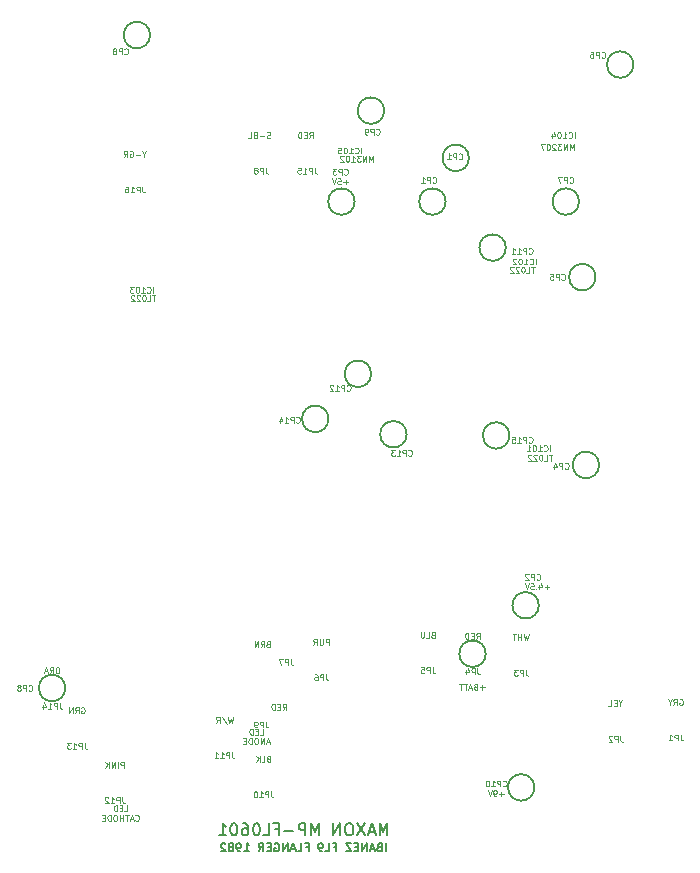
<source format=gbr>
%TF.GenerationSoftware,KiCad,Pcbnew,(6.0.0-0)*%
%TF.CreationDate,2022-11-29T15:18:14-08:00*%
%TF.ProjectId,Ibanez_FL-9,4962616e-657a-45f4-964c-2d392e6b6963,1.0.0*%
%TF.SameCoordinates,Original*%
%TF.FileFunction,Legend,Bot*%
%TF.FilePolarity,Positive*%
%FSLAX46Y46*%
G04 Gerber Fmt 4.6, Leading zero omitted, Abs format (unit mm)*
G04 Created by KiCad (PCBNEW (6.0.0-0)) date 2022-11-29 15:18:14*
%MOMM*%
%LPD*%
G01*
G04 APERTURE LIST*
%ADD10C,0.200000*%
%ADD11C,0.100000*%
%ADD12C,0.150000*%
%ADD13C,0.140000*%
G04 APERTURE END LIST*
D10*
X222118034Y-65700000D02*
G75*
G03*
X222118034Y-65700000I-1118034J0D01*
G01*
X213718034Y-81500000D02*
G75*
G03*
X213718034Y-81500000I-1118034J0D01*
G01*
X209318033Y-61800000D02*
G75*
G03*
X209318033Y-61800000I-1118033J0D01*
G01*
X220418033Y-100081967D02*
G75*
G03*
X220418033Y-100081967I-1118033J0D01*
G01*
X211818034Y-54100000D02*
G75*
G03*
X211818034Y-54100000I-1118034J0D01*
G01*
X224536066Y-111400000D02*
G75*
G03*
X224536066Y-111400000I-1118033J0D01*
G01*
X207100000Y-80200000D02*
G75*
G03*
X207100000Y-80200000I-1118034J0D01*
G01*
X224918033Y-95981967D02*
G75*
G03*
X224918033Y-95981967I-1118033J0D01*
G01*
X229718034Y-68200000D02*
G75*
G03*
X229718034Y-68200000I-1118034J0D01*
G01*
X210718034Y-76381966D02*
G75*
G03*
X210718034Y-76381966I-1118034J0D01*
G01*
X232918033Y-50200000D02*
G75*
G03*
X232918033Y-50200000I-1118033J0D01*
G01*
X192000000Y-47700000D02*
G75*
G03*
X192000000Y-47700000I-1118034J0D01*
G01*
X184818034Y-102981966D02*
G75*
G03*
X184818034Y-102981966I-1118034J0D01*
G01*
X230018034Y-84100000D02*
G75*
G03*
X230018034Y-84100000I-1118034J0D01*
G01*
X217018034Y-61800000D02*
G75*
G03*
X217018034Y-61800000I-1118034J0D01*
G01*
X222418034Y-81600000D02*
G75*
G03*
X222418034Y-81600000I-1118034J0D01*
G01*
X219000000Y-58100000D02*
G75*
G03*
X219000000Y-58100000I-1118033J0D01*
G01*
X228318034Y-61800000D02*
G75*
G03*
X228318034Y-61800000I-1118034J0D01*
G01*
D11*
X224071428Y-82178571D02*
X224095238Y-82202380D01*
X224166666Y-82226190D01*
X224214285Y-82226190D01*
X224285714Y-82202380D01*
X224333333Y-82154761D01*
X224357142Y-82107142D01*
X224380952Y-82011904D01*
X224380952Y-81940476D01*
X224357142Y-81845238D01*
X224333333Y-81797619D01*
X224285714Y-81750000D01*
X224214285Y-81726190D01*
X224166666Y-81726190D01*
X224095238Y-81750000D01*
X224071428Y-81773809D01*
X223857142Y-82226190D02*
X223857142Y-81726190D01*
X223666666Y-81726190D01*
X223619047Y-81750000D01*
X223595238Y-81773809D01*
X223571428Y-81821428D01*
X223571428Y-81892857D01*
X223595238Y-81940476D01*
X223619047Y-81964285D01*
X223666666Y-81988095D01*
X223857142Y-81988095D01*
X223095238Y-82226190D02*
X223380952Y-82226190D01*
X223238095Y-82226190D02*
X223238095Y-81726190D01*
X223285714Y-81797619D01*
X223333333Y-81845238D01*
X223380952Y-81869047D01*
X222642857Y-81726190D02*
X222880952Y-81726190D01*
X222904761Y-81964285D01*
X222880952Y-81940476D01*
X222833333Y-81916666D01*
X222714285Y-81916666D01*
X222666666Y-81940476D01*
X222642857Y-81964285D01*
X222619047Y-82011904D01*
X222619047Y-82130952D01*
X222642857Y-82178571D01*
X222666666Y-82202380D01*
X222714285Y-82226190D01*
X222833333Y-82226190D01*
X222880952Y-82202380D01*
X222904761Y-82178571D01*
D12*
X212095238Y-115452380D02*
X212095238Y-114452380D01*
X211761904Y-115166666D01*
X211428571Y-114452380D01*
X211428571Y-115452380D01*
X211000000Y-115166666D02*
X210523809Y-115166666D01*
X211095238Y-115452380D02*
X210761904Y-114452380D01*
X210428571Y-115452380D01*
X210190476Y-114452380D02*
X209523809Y-115452380D01*
X209523809Y-114452380D02*
X210190476Y-115452380D01*
X208952380Y-114452380D02*
X208761904Y-114452380D01*
X208666666Y-114500000D01*
X208571428Y-114595238D01*
X208523809Y-114785714D01*
X208523809Y-115119047D01*
X208571428Y-115309523D01*
X208666666Y-115404761D01*
X208761904Y-115452380D01*
X208952380Y-115452380D01*
X209047619Y-115404761D01*
X209142857Y-115309523D01*
X209190476Y-115119047D01*
X209190476Y-114785714D01*
X209142857Y-114595238D01*
X209047619Y-114500000D01*
X208952380Y-114452380D01*
X208095238Y-115452380D02*
X208095238Y-114452380D01*
X207523809Y-115452380D01*
X207523809Y-114452380D01*
X206285714Y-115452380D02*
X206285714Y-114452380D01*
X205952380Y-115166666D01*
X205619047Y-114452380D01*
X205619047Y-115452380D01*
X205142857Y-115452380D02*
X205142857Y-114452380D01*
X204761904Y-114452380D01*
X204666666Y-114500000D01*
X204619047Y-114547619D01*
X204571428Y-114642857D01*
X204571428Y-114785714D01*
X204619047Y-114880952D01*
X204666666Y-114928571D01*
X204761904Y-114976190D01*
X205142857Y-114976190D01*
X204142857Y-115071428D02*
X203380952Y-115071428D01*
X202571428Y-114928571D02*
X202904761Y-114928571D01*
X202904761Y-115452380D02*
X202904761Y-114452380D01*
X202428571Y-114452380D01*
X201571428Y-115452380D02*
X202047619Y-115452380D01*
X202047619Y-114452380D01*
X201047619Y-114452380D02*
X200952380Y-114452380D01*
X200857142Y-114500000D01*
X200809523Y-114547619D01*
X200761904Y-114642857D01*
X200714285Y-114833333D01*
X200714285Y-115071428D01*
X200761904Y-115261904D01*
X200809523Y-115357142D01*
X200857142Y-115404761D01*
X200952380Y-115452380D01*
X201047619Y-115452380D01*
X201142857Y-115404761D01*
X201190476Y-115357142D01*
X201238095Y-115261904D01*
X201285714Y-115071428D01*
X201285714Y-114833333D01*
X201238095Y-114642857D01*
X201190476Y-114547619D01*
X201142857Y-114500000D01*
X201047619Y-114452380D01*
X199857142Y-114452380D02*
X200047619Y-114452380D01*
X200142857Y-114500000D01*
X200190476Y-114547619D01*
X200285714Y-114690476D01*
X200333333Y-114880952D01*
X200333333Y-115261904D01*
X200285714Y-115357142D01*
X200238095Y-115404761D01*
X200142857Y-115452380D01*
X199952380Y-115452380D01*
X199857142Y-115404761D01*
X199809523Y-115357142D01*
X199761904Y-115261904D01*
X199761904Y-115023809D01*
X199809523Y-114928571D01*
X199857142Y-114880952D01*
X199952380Y-114833333D01*
X200142857Y-114833333D01*
X200238095Y-114880952D01*
X200285714Y-114928571D01*
X200333333Y-115023809D01*
X199142857Y-114452380D02*
X199047619Y-114452380D01*
X198952380Y-114500000D01*
X198904761Y-114547619D01*
X198857142Y-114642857D01*
X198809523Y-114833333D01*
X198809523Y-115071428D01*
X198857142Y-115261904D01*
X198904761Y-115357142D01*
X198952380Y-115404761D01*
X199047619Y-115452380D01*
X199142857Y-115452380D01*
X199238095Y-115404761D01*
X199285714Y-115357142D01*
X199333333Y-115261904D01*
X199380952Y-115071428D01*
X199380952Y-114833333D01*
X199333333Y-114642857D01*
X199285714Y-114547619D01*
X199238095Y-114500000D01*
X199142857Y-114452380D01*
X197857142Y-115452380D02*
X198428571Y-115452380D01*
X198142857Y-115452380D02*
X198142857Y-114452380D01*
X198238095Y-114595238D01*
X198333333Y-114690476D01*
X198428571Y-114738095D01*
D11*
X224071428Y-66178571D02*
X224095238Y-66202380D01*
X224166666Y-66226190D01*
X224214285Y-66226190D01*
X224285714Y-66202380D01*
X224333333Y-66154761D01*
X224357142Y-66107142D01*
X224380952Y-66011904D01*
X224380952Y-65940476D01*
X224357142Y-65845238D01*
X224333333Y-65797619D01*
X224285714Y-65750000D01*
X224214285Y-65726190D01*
X224166666Y-65726190D01*
X224095238Y-65750000D01*
X224071428Y-65773809D01*
X223857142Y-66226190D02*
X223857142Y-65726190D01*
X223666666Y-65726190D01*
X223619047Y-65750000D01*
X223595238Y-65773809D01*
X223571428Y-65821428D01*
X223571428Y-65892857D01*
X223595238Y-65940476D01*
X223619047Y-65964285D01*
X223666666Y-65988095D01*
X223857142Y-65988095D01*
X223095238Y-66226190D02*
X223380952Y-66226190D01*
X223238095Y-66226190D02*
X223238095Y-65726190D01*
X223285714Y-65797619D01*
X223333333Y-65845238D01*
X223380952Y-65869047D01*
X222619047Y-66226190D02*
X222904761Y-66226190D01*
X222761904Y-66226190D02*
X222761904Y-65726190D01*
X222809523Y-65797619D01*
X222857142Y-65845238D01*
X222904761Y-65869047D01*
X220335714Y-102935714D02*
X219954761Y-102935714D01*
X220145238Y-103126190D02*
X220145238Y-102745238D01*
X219550000Y-102864285D02*
X219478571Y-102888095D01*
X219454761Y-102911904D01*
X219430952Y-102959523D01*
X219430952Y-103030952D01*
X219454761Y-103078571D01*
X219478571Y-103102380D01*
X219526190Y-103126190D01*
X219716666Y-103126190D01*
X219716666Y-102626190D01*
X219550000Y-102626190D01*
X219502380Y-102650000D01*
X219478571Y-102673809D01*
X219454761Y-102721428D01*
X219454761Y-102769047D01*
X219478571Y-102816666D01*
X219502380Y-102840476D01*
X219550000Y-102864285D01*
X219716666Y-102864285D01*
X219240476Y-102983333D02*
X219002380Y-102983333D01*
X219288095Y-103126190D02*
X219121428Y-102626190D01*
X218954761Y-103126190D01*
X218859523Y-102626190D02*
X218573809Y-102626190D01*
X218716666Y-103126190D02*
X218716666Y-102626190D01*
X218478571Y-102626190D02*
X218192857Y-102626190D01*
X218335714Y-103126190D02*
X218335714Y-102626190D01*
X224736428Y-93776071D02*
X224760238Y-93799880D01*
X224831666Y-93823690D01*
X224879285Y-93823690D01*
X224950714Y-93799880D01*
X224998333Y-93752261D01*
X225022142Y-93704642D01*
X225045952Y-93609404D01*
X225045952Y-93537976D01*
X225022142Y-93442738D01*
X224998333Y-93395119D01*
X224950714Y-93347500D01*
X224879285Y-93323690D01*
X224831666Y-93323690D01*
X224760238Y-93347500D01*
X224736428Y-93371309D01*
X224522142Y-93823690D02*
X224522142Y-93323690D01*
X224331666Y-93323690D01*
X224284047Y-93347500D01*
X224260238Y-93371309D01*
X224236428Y-93418928D01*
X224236428Y-93490357D01*
X224260238Y-93537976D01*
X224284047Y-93561785D01*
X224331666Y-93585595D01*
X224522142Y-93585595D01*
X224045952Y-93371309D02*
X224022142Y-93347500D01*
X223974523Y-93323690D01*
X223855476Y-93323690D01*
X223807857Y-93347500D01*
X223784047Y-93371309D01*
X223760238Y-93418928D01*
X223760238Y-93466547D01*
X223784047Y-93537976D01*
X224069761Y-93823690D01*
X223760238Y-93823690D01*
X225784047Y-94438214D02*
X225403095Y-94438214D01*
X225593571Y-94628690D02*
X225593571Y-94247738D01*
X224950714Y-94295357D02*
X224950714Y-94628690D01*
X225069761Y-94104880D02*
X225188809Y-94462023D01*
X224879285Y-94462023D01*
X224688809Y-94581071D02*
X224665000Y-94604880D01*
X224688809Y-94628690D01*
X224712619Y-94604880D01*
X224688809Y-94581071D01*
X224688809Y-94628690D01*
X224212619Y-94128690D02*
X224450714Y-94128690D01*
X224474523Y-94366785D01*
X224450714Y-94342976D01*
X224403095Y-94319166D01*
X224284047Y-94319166D01*
X224236428Y-94342976D01*
X224212619Y-94366785D01*
X224188809Y-94414404D01*
X224188809Y-94533452D01*
X224212619Y-94581071D01*
X224236428Y-94604880D01*
X224284047Y-94628690D01*
X224403095Y-94628690D01*
X224450714Y-94604880D01*
X224474523Y-94581071D01*
X224045952Y-94128690D02*
X223879285Y-94628690D01*
X223712619Y-94128690D01*
D13*
X211983333Y-116816666D02*
X211983333Y-116116666D01*
X211416666Y-116450000D02*
X211316666Y-116483333D01*
X211283333Y-116516666D01*
X211250000Y-116583333D01*
X211250000Y-116683333D01*
X211283333Y-116750000D01*
X211316666Y-116783333D01*
X211383333Y-116816666D01*
X211650000Y-116816666D01*
X211650000Y-116116666D01*
X211416666Y-116116666D01*
X211350000Y-116150000D01*
X211316666Y-116183333D01*
X211283333Y-116250000D01*
X211283333Y-116316666D01*
X211316666Y-116383333D01*
X211350000Y-116416666D01*
X211416666Y-116450000D01*
X211650000Y-116450000D01*
X210983333Y-116616666D02*
X210650000Y-116616666D01*
X211050000Y-116816666D02*
X210816666Y-116116666D01*
X210583333Y-116816666D01*
X210350000Y-116816666D02*
X210350000Y-116116666D01*
X209950000Y-116816666D01*
X209950000Y-116116666D01*
X209616666Y-116450000D02*
X209383333Y-116450000D01*
X209283333Y-116816666D02*
X209616666Y-116816666D01*
X209616666Y-116116666D01*
X209283333Y-116116666D01*
X209050000Y-116116666D02*
X208583333Y-116116666D01*
X209050000Y-116816666D01*
X208583333Y-116816666D01*
X207550000Y-116450000D02*
X207783333Y-116450000D01*
X207783333Y-116816666D02*
X207783333Y-116116666D01*
X207450000Y-116116666D01*
X206850000Y-116816666D02*
X207183333Y-116816666D01*
X207183333Y-116116666D01*
X206583333Y-116816666D02*
X206450000Y-116816666D01*
X206383333Y-116783333D01*
X206350000Y-116750000D01*
X206283333Y-116650000D01*
X206250000Y-116516666D01*
X206250000Y-116250000D01*
X206283333Y-116183333D01*
X206316666Y-116150000D01*
X206383333Y-116116666D01*
X206516666Y-116116666D01*
X206583333Y-116150000D01*
X206616666Y-116183333D01*
X206650000Y-116250000D01*
X206650000Y-116416666D01*
X206616666Y-116483333D01*
X206583333Y-116516666D01*
X206516666Y-116550000D01*
X206383333Y-116550000D01*
X206316666Y-116516666D01*
X206283333Y-116483333D01*
X206250000Y-116416666D01*
X205183333Y-116450000D02*
X205416666Y-116450000D01*
X205416666Y-116816666D02*
X205416666Y-116116666D01*
X205083333Y-116116666D01*
X204483333Y-116816666D02*
X204816666Y-116816666D01*
X204816666Y-116116666D01*
X204283333Y-116616666D02*
X203950000Y-116616666D01*
X204350000Y-116816666D02*
X204116666Y-116116666D01*
X203883333Y-116816666D01*
X203650000Y-116816666D02*
X203650000Y-116116666D01*
X203250000Y-116816666D01*
X203250000Y-116116666D01*
X202550000Y-116150000D02*
X202616666Y-116116666D01*
X202716666Y-116116666D01*
X202816666Y-116150000D01*
X202883333Y-116216666D01*
X202916666Y-116283333D01*
X202950000Y-116416666D01*
X202950000Y-116516666D01*
X202916666Y-116650000D01*
X202883333Y-116716666D01*
X202816666Y-116783333D01*
X202716666Y-116816666D01*
X202650000Y-116816666D01*
X202550000Y-116783333D01*
X202516666Y-116750000D01*
X202516666Y-116516666D01*
X202650000Y-116516666D01*
X202216666Y-116450000D02*
X201983333Y-116450000D01*
X201883333Y-116816666D02*
X202216666Y-116816666D01*
X202216666Y-116116666D01*
X201883333Y-116116666D01*
X201183333Y-116816666D02*
X201416666Y-116483333D01*
X201583333Y-116816666D02*
X201583333Y-116116666D01*
X201316666Y-116116666D01*
X201250000Y-116150000D01*
X201216666Y-116183333D01*
X201183333Y-116250000D01*
X201183333Y-116350000D01*
X201216666Y-116416666D01*
X201250000Y-116450000D01*
X201316666Y-116483333D01*
X201583333Y-116483333D01*
X199983333Y-116816666D02*
X200383333Y-116816666D01*
X200183333Y-116816666D02*
X200183333Y-116116666D01*
X200250000Y-116216666D01*
X200316666Y-116283333D01*
X200383333Y-116316666D01*
X199650000Y-116816666D02*
X199516666Y-116816666D01*
X199450000Y-116783333D01*
X199416666Y-116750000D01*
X199350000Y-116650000D01*
X199316666Y-116516666D01*
X199316666Y-116250000D01*
X199350000Y-116183333D01*
X199383333Y-116150000D01*
X199450000Y-116116666D01*
X199583333Y-116116666D01*
X199650000Y-116150000D01*
X199683333Y-116183333D01*
X199716666Y-116250000D01*
X199716666Y-116416666D01*
X199683333Y-116483333D01*
X199650000Y-116516666D01*
X199583333Y-116550000D01*
X199450000Y-116550000D01*
X199383333Y-116516666D01*
X199350000Y-116483333D01*
X199316666Y-116416666D01*
X198916666Y-116416666D02*
X198983333Y-116383333D01*
X199016666Y-116350000D01*
X199050000Y-116283333D01*
X199050000Y-116250000D01*
X199016666Y-116183333D01*
X198983333Y-116150000D01*
X198916666Y-116116666D01*
X198783333Y-116116666D01*
X198716666Y-116150000D01*
X198683333Y-116183333D01*
X198650000Y-116250000D01*
X198650000Y-116283333D01*
X198683333Y-116350000D01*
X198716666Y-116383333D01*
X198783333Y-116416666D01*
X198916666Y-116416666D01*
X198983333Y-116450000D01*
X199016666Y-116483333D01*
X199050000Y-116550000D01*
X199050000Y-116683333D01*
X199016666Y-116750000D01*
X198983333Y-116783333D01*
X198916666Y-116816666D01*
X198783333Y-116816666D01*
X198716666Y-116783333D01*
X198683333Y-116750000D01*
X198650000Y-116683333D01*
X198650000Y-116550000D01*
X198683333Y-116483333D01*
X198716666Y-116450000D01*
X198783333Y-116416666D01*
X198383333Y-116183333D02*
X198350000Y-116150000D01*
X198283333Y-116116666D01*
X198116666Y-116116666D01*
X198050000Y-116150000D01*
X198016666Y-116183333D01*
X197983333Y-116250000D01*
X197983333Y-116316666D01*
X198016666Y-116416666D01*
X198416666Y-116816666D01*
X197983333Y-116816666D01*
D11*
X204371428Y-80478571D02*
X204395238Y-80502380D01*
X204466666Y-80526190D01*
X204514285Y-80526190D01*
X204585714Y-80502380D01*
X204633333Y-80454761D01*
X204657142Y-80407142D01*
X204680952Y-80311904D01*
X204680952Y-80240476D01*
X204657142Y-80145238D01*
X204633333Y-80097619D01*
X204585714Y-80050000D01*
X204514285Y-80026190D01*
X204466666Y-80026190D01*
X204395238Y-80050000D01*
X204371428Y-80073809D01*
X204157142Y-80526190D02*
X204157142Y-80026190D01*
X203966666Y-80026190D01*
X203919047Y-80050000D01*
X203895238Y-80073809D01*
X203871428Y-80121428D01*
X203871428Y-80192857D01*
X203895238Y-80240476D01*
X203919047Y-80264285D01*
X203966666Y-80288095D01*
X204157142Y-80288095D01*
X203395238Y-80526190D02*
X203680952Y-80526190D01*
X203538095Y-80526190D02*
X203538095Y-80026190D01*
X203585714Y-80097619D01*
X203633333Y-80145238D01*
X203680952Y-80169047D01*
X202966666Y-80192857D02*
X202966666Y-80526190D01*
X203085714Y-80002380D02*
X203204761Y-80359523D01*
X202895238Y-80359523D01*
X181733333Y-103178571D02*
X181757142Y-103202380D01*
X181828571Y-103226190D01*
X181876190Y-103226190D01*
X181947619Y-103202380D01*
X181995238Y-103154761D01*
X182019047Y-103107142D01*
X182042857Y-103011904D01*
X182042857Y-102940476D01*
X182019047Y-102845238D01*
X181995238Y-102797619D01*
X181947619Y-102750000D01*
X181876190Y-102726190D01*
X181828571Y-102726190D01*
X181757142Y-102750000D01*
X181733333Y-102773809D01*
X181519047Y-103226190D02*
X181519047Y-102726190D01*
X181328571Y-102726190D01*
X181280952Y-102750000D01*
X181257142Y-102773809D01*
X181233333Y-102821428D01*
X181233333Y-102892857D01*
X181257142Y-102940476D01*
X181280952Y-102964285D01*
X181328571Y-102988095D01*
X181519047Y-102988095D01*
X180947619Y-102940476D02*
X180995238Y-102916666D01*
X181019047Y-102892857D01*
X181042857Y-102845238D01*
X181042857Y-102821428D01*
X181019047Y-102773809D01*
X180995238Y-102750000D01*
X180947619Y-102726190D01*
X180852380Y-102726190D01*
X180804761Y-102750000D01*
X180780952Y-102773809D01*
X180757142Y-102821428D01*
X180757142Y-102845238D01*
X180780952Y-102892857D01*
X180804761Y-102916666D01*
X180852380Y-102940476D01*
X180947619Y-102940476D01*
X180995238Y-102964285D01*
X181019047Y-102988095D01*
X181042857Y-103035714D01*
X181042857Y-103130952D01*
X181019047Y-103178571D01*
X180995238Y-103202380D01*
X180947619Y-103226190D01*
X180852380Y-103226190D01*
X180804761Y-103202380D01*
X180780952Y-103178571D01*
X180757142Y-103130952D01*
X180757142Y-103035714D01*
X180780952Y-102988095D01*
X180804761Y-102964285D01*
X180852380Y-102940476D01*
X226833333Y-68378571D02*
X226857142Y-68402380D01*
X226928571Y-68426190D01*
X226976190Y-68426190D01*
X227047619Y-68402380D01*
X227095238Y-68354761D01*
X227119047Y-68307142D01*
X227142857Y-68211904D01*
X227142857Y-68140476D01*
X227119047Y-68045238D01*
X227095238Y-67997619D01*
X227047619Y-67950000D01*
X226976190Y-67926190D01*
X226928571Y-67926190D01*
X226857142Y-67950000D01*
X226833333Y-67973809D01*
X226619047Y-68426190D02*
X226619047Y-67926190D01*
X226428571Y-67926190D01*
X226380952Y-67950000D01*
X226357142Y-67973809D01*
X226333333Y-68021428D01*
X226333333Y-68092857D01*
X226357142Y-68140476D01*
X226380952Y-68164285D01*
X226428571Y-68188095D01*
X226619047Y-68188095D01*
X225880952Y-67926190D02*
X226119047Y-67926190D01*
X226142857Y-68164285D01*
X226119047Y-68140476D01*
X226071428Y-68116666D01*
X225952380Y-68116666D01*
X225904761Y-68140476D01*
X225880952Y-68164285D01*
X225857142Y-68211904D01*
X225857142Y-68330952D01*
X225880952Y-68378571D01*
X225904761Y-68402380D01*
X225952380Y-68426190D01*
X226071428Y-68426190D01*
X226119047Y-68402380D01*
X226142857Y-68378571D01*
X213871428Y-83278571D02*
X213895238Y-83302380D01*
X213966666Y-83326190D01*
X214014285Y-83326190D01*
X214085714Y-83302380D01*
X214133333Y-83254761D01*
X214157142Y-83207142D01*
X214180952Y-83111904D01*
X214180952Y-83040476D01*
X214157142Y-82945238D01*
X214133333Y-82897619D01*
X214085714Y-82850000D01*
X214014285Y-82826190D01*
X213966666Y-82826190D01*
X213895238Y-82850000D01*
X213871428Y-82873809D01*
X213657142Y-83326190D02*
X213657142Y-82826190D01*
X213466666Y-82826190D01*
X213419047Y-82850000D01*
X213395238Y-82873809D01*
X213371428Y-82921428D01*
X213371428Y-82992857D01*
X213395238Y-83040476D01*
X213419047Y-83064285D01*
X213466666Y-83088095D01*
X213657142Y-83088095D01*
X212895238Y-83326190D02*
X213180952Y-83326190D01*
X213038095Y-83326190D02*
X213038095Y-82826190D01*
X213085714Y-82897619D01*
X213133333Y-82945238D01*
X213180952Y-82969047D01*
X212728571Y-82826190D02*
X212419047Y-82826190D01*
X212585714Y-83016666D01*
X212514285Y-83016666D01*
X212466666Y-83040476D01*
X212442857Y-83064285D01*
X212419047Y-83111904D01*
X212419047Y-83230952D01*
X212442857Y-83278571D01*
X212466666Y-83302380D01*
X212514285Y-83326190D01*
X212657142Y-83326190D01*
X212704761Y-83302380D01*
X212728571Y-83278571D01*
X211133333Y-56078571D02*
X211157142Y-56102380D01*
X211228571Y-56126190D01*
X211276190Y-56126190D01*
X211347619Y-56102380D01*
X211395238Y-56054761D01*
X211419047Y-56007142D01*
X211442857Y-55911904D01*
X211442857Y-55840476D01*
X211419047Y-55745238D01*
X211395238Y-55697619D01*
X211347619Y-55650000D01*
X211276190Y-55626190D01*
X211228571Y-55626190D01*
X211157142Y-55650000D01*
X211133333Y-55673809D01*
X210919047Y-56126190D02*
X210919047Y-55626190D01*
X210728571Y-55626190D01*
X210680952Y-55650000D01*
X210657142Y-55673809D01*
X210633333Y-55721428D01*
X210633333Y-55792857D01*
X210657142Y-55840476D01*
X210680952Y-55864285D01*
X210728571Y-55888095D01*
X210919047Y-55888095D01*
X210395238Y-56126190D02*
X210300000Y-56126190D01*
X210252380Y-56102380D01*
X210228571Y-56078571D01*
X210180952Y-56007142D01*
X210157142Y-55911904D01*
X210157142Y-55721428D01*
X210180952Y-55673809D01*
X210204761Y-55650000D01*
X210252380Y-55626190D01*
X210347619Y-55626190D01*
X210395238Y-55650000D01*
X210419047Y-55673809D01*
X210442857Y-55721428D01*
X210442857Y-55840476D01*
X210419047Y-55888095D01*
X210395238Y-55911904D01*
X210347619Y-55935714D01*
X210252380Y-55935714D01*
X210204761Y-55911904D01*
X210180952Y-55888095D01*
X210157142Y-55840476D01*
X208671428Y-77778571D02*
X208695238Y-77802380D01*
X208766666Y-77826190D01*
X208814285Y-77826190D01*
X208885714Y-77802380D01*
X208933333Y-77754761D01*
X208957142Y-77707142D01*
X208980952Y-77611904D01*
X208980952Y-77540476D01*
X208957142Y-77445238D01*
X208933333Y-77397619D01*
X208885714Y-77350000D01*
X208814285Y-77326190D01*
X208766666Y-77326190D01*
X208695238Y-77350000D01*
X208671428Y-77373809D01*
X208457142Y-77826190D02*
X208457142Y-77326190D01*
X208266666Y-77326190D01*
X208219047Y-77350000D01*
X208195238Y-77373809D01*
X208171428Y-77421428D01*
X208171428Y-77492857D01*
X208195238Y-77540476D01*
X208219047Y-77564285D01*
X208266666Y-77588095D01*
X208457142Y-77588095D01*
X207695238Y-77826190D02*
X207980952Y-77826190D01*
X207838095Y-77826190D02*
X207838095Y-77326190D01*
X207885714Y-77397619D01*
X207933333Y-77445238D01*
X207980952Y-77469047D01*
X207504761Y-77373809D02*
X207480952Y-77350000D01*
X207433333Y-77326190D01*
X207314285Y-77326190D01*
X207266666Y-77350000D01*
X207242857Y-77373809D01*
X207219047Y-77421428D01*
X207219047Y-77469047D01*
X207242857Y-77540476D01*
X207528571Y-77826190D01*
X207219047Y-77826190D01*
X201321428Y-106923690D02*
X201559523Y-106923690D01*
X201559523Y-106423690D01*
X201154761Y-106661785D02*
X200988095Y-106661785D01*
X200916666Y-106923690D02*
X201154761Y-106923690D01*
X201154761Y-106423690D01*
X200916666Y-106423690D01*
X200702380Y-106923690D02*
X200702380Y-106423690D01*
X200583333Y-106423690D01*
X200511904Y-106447500D01*
X200464285Y-106495119D01*
X200440476Y-106542738D01*
X200416666Y-106637976D01*
X200416666Y-106709404D01*
X200440476Y-106804642D01*
X200464285Y-106852261D01*
X200511904Y-106899880D01*
X200583333Y-106923690D01*
X200702380Y-106923690D01*
X202119047Y-107585833D02*
X201880952Y-107585833D01*
X202166666Y-107728690D02*
X202000000Y-107228690D01*
X201833333Y-107728690D01*
X201666666Y-107728690D02*
X201666666Y-107228690D01*
X201380952Y-107728690D01*
X201380952Y-107228690D01*
X201047619Y-107228690D02*
X200952380Y-107228690D01*
X200904761Y-107252500D01*
X200857142Y-107300119D01*
X200833333Y-107395357D01*
X200833333Y-107562023D01*
X200857142Y-107657261D01*
X200904761Y-107704880D01*
X200952380Y-107728690D01*
X201047619Y-107728690D01*
X201095238Y-107704880D01*
X201142857Y-107657261D01*
X201166666Y-107562023D01*
X201166666Y-107395357D01*
X201142857Y-107300119D01*
X201095238Y-107252500D01*
X201047619Y-107228690D01*
X200619047Y-107728690D02*
X200619047Y-107228690D01*
X200500000Y-107228690D01*
X200428571Y-107252500D01*
X200380952Y-107300119D01*
X200357142Y-107347738D01*
X200333333Y-107442976D01*
X200333333Y-107514404D01*
X200357142Y-107609642D01*
X200380952Y-107657261D01*
X200428571Y-107704880D01*
X200500000Y-107728690D01*
X200619047Y-107728690D01*
X200119047Y-107466785D02*
X199952380Y-107466785D01*
X199880952Y-107728690D02*
X200119047Y-107728690D01*
X200119047Y-107228690D01*
X199880952Y-107228690D01*
X208433333Y-59476071D02*
X208457142Y-59499880D01*
X208528571Y-59523690D01*
X208576190Y-59523690D01*
X208647619Y-59499880D01*
X208695238Y-59452261D01*
X208719047Y-59404642D01*
X208742857Y-59309404D01*
X208742857Y-59237976D01*
X208719047Y-59142738D01*
X208695238Y-59095119D01*
X208647619Y-59047500D01*
X208576190Y-59023690D01*
X208528571Y-59023690D01*
X208457142Y-59047500D01*
X208433333Y-59071309D01*
X208219047Y-59523690D02*
X208219047Y-59023690D01*
X208028571Y-59023690D01*
X207980952Y-59047500D01*
X207957142Y-59071309D01*
X207933333Y-59118928D01*
X207933333Y-59190357D01*
X207957142Y-59237976D01*
X207980952Y-59261785D01*
X208028571Y-59285595D01*
X208219047Y-59285595D01*
X207766666Y-59023690D02*
X207457142Y-59023690D01*
X207623809Y-59214166D01*
X207552380Y-59214166D01*
X207504761Y-59237976D01*
X207480952Y-59261785D01*
X207457142Y-59309404D01*
X207457142Y-59428452D01*
X207480952Y-59476071D01*
X207504761Y-59499880D01*
X207552380Y-59523690D01*
X207695238Y-59523690D01*
X207742857Y-59499880D01*
X207766666Y-59476071D01*
X208742857Y-60138214D02*
X208361904Y-60138214D01*
X208552380Y-60328690D02*
X208552380Y-59947738D01*
X207885714Y-59828690D02*
X208123809Y-59828690D01*
X208147619Y-60066785D01*
X208123809Y-60042976D01*
X208076190Y-60019166D01*
X207957142Y-60019166D01*
X207909523Y-60042976D01*
X207885714Y-60066785D01*
X207861904Y-60114404D01*
X207861904Y-60233452D01*
X207885714Y-60281071D01*
X207909523Y-60304880D01*
X207957142Y-60328690D01*
X208076190Y-60328690D01*
X208123809Y-60304880D01*
X208147619Y-60281071D01*
X207719047Y-59828690D02*
X207552380Y-60328690D01*
X207385714Y-59828690D01*
X227533333Y-60178571D02*
X227557142Y-60202380D01*
X227628571Y-60226190D01*
X227676190Y-60226190D01*
X227747619Y-60202380D01*
X227795238Y-60154761D01*
X227819047Y-60107142D01*
X227842857Y-60011904D01*
X227842857Y-59940476D01*
X227819047Y-59845238D01*
X227795238Y-59797619D01*
X227747619Y-59750000D01*
X227676190Y-59726190D01*
X227628571Y-59726190D01*
X227557142Y-59750000D01*
X227533333Y-59773809D01*
X227319047Y-60226190D02*
X227319047Y-59726190D01*
X227128571Y-59726190D01*
X227080952Y-59750000D01*
X227057142Y-59773809D01*
X227033333Y-59821428D01*
X227033333Y-59892857D01*
X227057142Y-59940476D01*
X227080952Y-59964285D01*
X227128571Y-59988095D01*
X227319047Y-59988095D01*
X226866666Y-59726190D02*
X226533333Y-59726190D01*
X226747619Y-60226190D01*
X215933333Y-60178571D02*
X215957142Y-60202380D01*
X216028571Y-60226190D01*
X216076190Y-60226190D01*
X216147619Y-60202380D01*
X216195238Y-60154761D01*
X216219047Y-60107142D01*
X216242857Y-60011904D01*
X216242857Y-59940476D01*
X216219047Y-59845238D01*
X216195238Y-59797619D01*
X216147619Y-59750000D01*
X216076190Y-59726190D01*
X216028571Y-59726190D01*
X215957142Y-59750000D01*
X215933333Y-59773809D01*
X215719047Y-60226190D02*
X215719047Y-59726190D01*
X215528571Y-59726190D01*
X215480952Y-59750000D01*
X215457142Y-59773809D01*
X215433333Y-59821428D01*
X215433333Y-59892857D01*
X215457142Y-59940476D01*
X215480952Y-59964285D01*
X215528571Y-59988095D01*
X215719047Y-59988095D01*
X214957142Y-60226190D02*
X215242857Y-60226190D01*
X215100000Y-60226190D02*
X215100000Y-59726190D01*
X215147619Y-59797619D01*
X215195238Y-59845238D01*
X215242857Y-59869047D01*
X189821428Y-113423690D02*
X190059523Y-113423690D01*
X190059523Y-112923690D01*
X189654761Y-113161785D02*
X189488095Y-113161785D01*
X189416666Y-113423690D02*
X189654761Y-113423690D01*
X189654761Y-112923690D01*
X189416666Y-112923690D01*
X189202380Y-113423690D02*
X189202380Y-112923690D01*
X189083333Y-112923690D01*
X189011904Y-112947500D01*
X188964285Y-112995119D01*
X188940476Y-113042738D01*
X188916666Y-113137976D01*
X188916666Y-113209404D01*
X188940476Y-113304642D01*
X188964285Y-113352261D01*
X189011904Y-113399880D01*
X189083333Y-113423690D01*
X189202380Y-113423690D01*
X190750000Y-114181071D02*
X190773809Y-114204880D01*
X190845238Y-114228690D01*
X190892857Y-114228690D01*
X190964285Y-114204880D01*
X191011904Y-114157261D01*
X191035714Y-114109642D01*
X191059523Y-114014404D01*
X191059523Y-113942976D01*
X191035714Y-113847738D01*
X191011904Y-113800119D01*
X190964285Y-113752500D01*
X190892857Y-113728690D01*
X190845238Y-113728690D01*
X190773809Y-113752500D01*
X190750000Y-113776309D01*
X190559523Y-114085833D02*
X190321428Y-114085833D01*
X190607142Y-114228690D02*
X190440476Y-113728690D01*
X190273809Y-114228690D01*
X190178571Y-113728690D02*
X189892857Y-113728690D01*
X190035714Y-114228690D02*
X190035714Y-113728690D01*
X189726190Y-114228690D02*
X189726190Y-113728690D01*
X189726190Y-113966785D02*
X189440476Y-113966785D01*
X189440476Y-114228690D02*
X189440476Y-113728690D01*
X189107142Y-113728690D02*
X189011904Y-113728690D01*
X188964285Y-113752500D01*
X188916666Y-113800119D01*
X188892857Y-113895357D01*
X188892857Y-114062023D01*
X188916666Y-114157261D01*
X188964285Y-114204880D01*
X189011904Y-114228690D01*
X189107142Y-114228690D01*
X189154761Y-114204880D01*
X189202380Y-114157261D01*
X189226190Y-114062023D01*
X189226190Y-113895357D01*
X189202380Y-113800119D01*
X189154761Y-113752500D01*
X189107142Y-113728690D01*
X188678571Y-114228690D02*
X188678571Y-113728690D01*
X188559523Y-113728690D01*
X188488095Y-113752500D01*
X188440476Y-113800119D01*
X188416666Y-113847738D01*
X188392857Y-113942976D01*
X188392857Y-114014404D01*
X188416666Y-114109642D01*
X188440476Y-114157261D01*
X188488095Y-114204880D01*
X188559523Y-114228690D01*
X188678571Y-114228690D01*
X188178571Y-113966785D02*
X188011904Y-113966785D01*
X187940476Y-114228690D02*
X188178571Y-114228690D01*
X188178571Y-113728690D01*
X187940476Y-113728690D01*
X189833333Y-49278571D02*
X189857142Y-49302380D01*
X189928571Y-49326190D01*
X189976190Y-49326190D01*
X190047619Y-49302380D01*
X190095238Y-49254761D01*
X190119047Y-49207142D01*
X190142857Y-49111904D01*
X190142857Y-49040476D01*
X190119047Y-48945238D01*
X190095238Y-48897619D01*
X190047619Y-48850000D01*
X189976190Y-48826190D01*
X189928571Y-48826190D01*
X189857142Y-48850000D01*
X189833333Y-48873809D01*
X189619047Y-49326190D02*
X189619047Y-48826190D01*
X189428571Y-48826190D01*
X189380952Y-48850000D01*
X189357142Y-48873809D01*
X189333333Y-48921428D01*
X189333333Y-48992857D01*
X189357142Y-49040476D01*
X189380952Y-49064285D01*
X189428571Y-49088095D01*
X189619047Y-49088095D01*
X189047619Y-49040476D02*
X189095238Y-49016666D01*
X189119047Y-48992857D01*
X189142857Y-48945238D01*
X189142857Y-48921428D01*
X189119047Y-48873809D01*
X189095238Y-48850000D01*
X189047619Y-48826190D01*
X188952380Y-48826190D01*
X188904761Y-48850000D01*
X188880952Y-48873809D01*
X188857142Y-48921428D01*
X188857142Y-48945238D01*
X188880952Y-48992857D01*
X188904761Y-49016666D01*
X188952380Y-49040476D01*
X189047619Y-49040476D01*
X189095238Y-49064285D01*
X189119047Y-49088095D01*
X189142857Y-49135714D01*
X189142857Y-49230952D01*
X189119047Y-49278571D01*
X189095238Y-49302380D01*
X189047619Y-49326190D01*
X188952380Y-49326190D01*
X188904761Y-49302380D01*
X188880952Y-49278571D01*
X188857142Y-49230952D01*
X188857142Y-49135714D01*
X188880952Y-49088095D01*
X188904761Y-49064285D01*
X188952380Y-49040476D01*
X230233333Y-49578571D02*
X230257142Y-49602380D01*
X230328571Y-49626190D01*
X230376190Y-49626190D01*
X230447619Y-49602380D01*
X230495238Y-49554761D01*
X230519047Y-49507142D01*
X230542857Y-49411904D01*
X230542857Y-49340476D01*
X230519047Y-49245238D01*
X230495238Y-49197619D01*
X230447619Y-49150000D01*
X230376190Y-49126190D01*
X230328571Y-49126190D01*
X230257142Y-49150000D01*
X230233333Y-49173809D01*
X230019047Y-49626190D02*
X230019047Y-49126190D01*
X229828571Y-49126190D01*
X229780952Y-49150000D01*
X229757142Y-49173809D01*
X229733333Y-49221428D01*
X229733333Y-49292857D01*
X229757142Y-49340476D01*
X229780952Y-49364285D01*
X229828571Y-49388095D01*
X230019047Y-49388095D01*
X229304761Y-49126190D02*
X229400000Y-49126190D01*
X229447619Y-49150000D01*
X229471428Y-49173809D01*
X229519047Y-49245238D01*
X229542857Y-49340476D01*
X229542857Y-49530952D01*
X229519047Y-49578571D01*
X229495238Y-49602380D01*
X229447619Y-49626190D01*
X229352380Y-49626190D01*
X229304761Y-49602380D01*
X229280952Y-49578571D01*
X229257142Y-49530952D01*
X229257142Y-49411904D01*
X229280952Y-49364285D01*
X229304761Y-49340476D01*
X229352380Y-49316666D01*
X229447619Y-49316666D01*
X229495238Y-49340476D01*
X229519047Y-49364285D01*
X229542857Y-49411904D01*
X218133333Y-58178571D02*
X218157142Y-58202380D01*
X218228571Y-58226190D01*
X218276190Y-58226190D01*
X218347619Y-58202380D01*
X218395238Y-58154761D01*
X218419047Y-58107142D01*
X218442857Y-58011904D01*
X218442857Y-57940476D01*
X218419047Y-57845238D01*
X218395238Y-57797619D01*
X218347619Y-57750000D01*
X218276190Y-57726190D01*
X218228571Y-57726190D01*
X218157142Y-57750000D01*
X218133333Y-57773809D01*
X217919047Y-58226190D02*
X217919047Y-57726190D01*
X217728571Y-57726190D01*
X217680952Y-57750000D01*
X217657142Y-57773809D01*
X217633333Y-57821428D01*
X217633333Y-57892857D01*
X217657142Y-57940476D01*
X217680952Y-57964285D01*
X217728571Y-57988095D01*
X217919047Y-57988095D01*
X217157142Y-58226190D02*
X217442857Y-58226190D01*
X217300000Y-58226190D02*
X217300000Y-57726190D01*
X217347619Y-57797619D01*
X217395238Y-57845238D01*
X217442857Y-57869047D01*
X221871428Y-111276071D02*
X221895238Y-111299880D01*
X221966666Y-111323690D01*
X222014285Y-111323690D01*
X222085714Y-111299880D01*
X222133333Y-111252261D01*
X222157142Y-111204642D01*
X222180952Y-111109404D01*
X222180952Y-111037976D01*
X222157142Y-110942738D01*
X222133333Y-110895119D01*
X222085714Y-110847500D01*
X222014285Y-110823690D01*
X221966666Y-110823690D01*
X221895238Y-110847500D01*
X221871428Y-110871309D01*
X221657142Y-111323690D02*
X221657142Y-110823690D01*
X221466666Y-110823690D01*
X221419047Y-110847500D01*
X221395238Y-110871309D01*
X221371428Y-110918928D01*
X221371428Y-110990357D01*
X221395238Y-111037976D01*
X221419047Y-111061785D01*
X221466666Y-111085595D01*
X221657142Y-111085595D01*
X220895238Y-111323690D02*
X221180952Y-111323690D01*
X221038095Y-111323690D02*
X221038095Y-110823690D01*
X221085714Y-110895119D01*
X221133333Y-110942738D01*
X221180952Y-110966547D01*
X220585714Y-110823690D02*
X220538095Y-110823690D01*
X220490476Y-110847500D01*
X220466666Y-110871309D01*
X220442857Y-110918928D01*
X220419047Y-111014166D01*
X220419047Y-111133214D01*
X220442857Y-111228452D01*
X220466666Y-111276071D01*
X220490476Y-111299880D01*
X220538095Y-111323690D01*
X220585714Y-111323690D01*
X220633333Y-111299880D01*
X220657142Y-111276071D01*
X220680952Y-111228452D01*
X220704761Y-111133214D01*
X220704761Y-111014166D01*
X220680952Y-110918928D01*
X220657142Y-110871309D01*
X220633333Y-110847500D01*
X220585714Y-110823690D01*
X221942857Y-111938214D02*
X221561904Y-111938214D01*
X221752380Y-112128690D02*
X221752380Y-111747738D01*
X221300000Y-112128690D02*
X221204761Y-112128690D01*
X221157142Y-112104880D01*
X221133333Y-112081071D01*
X221085714Y-112009642D01*
X221061904Y-111914404D01*
X221061904Y-111723928D01*
X221085714Y-111676309D01*
X221109523Y-111652500D01*
X221157142Y-111628690D01*
X221252380Y-111628690D01*
X221300000Y-111652500D01*
X221323809Y-111676309D01*
X221347619Y-111723928D01*
X221347619Y-111842976D01*
X221323809Y-111890595D01*
X221300000Y-111914404D01*
X221252380Y-111938214D01*
X221157142Y-111938214D01*
X221109523Y-111914404D01*
X221085714Y-111890595D01*
X221061904Y-111842976D01*
X220919047Y-111628690D02*
X220752380Y-112128690D01*
X220585714Y-111628690D01*
X227133333Y-84378571D02*
X227157142Y-84402380D01*
X227228571Y-84426190D01*
X227276190Y-84426190D01*
X227347619Y-84402380D01*
X227395238Y-84354761D01*
X227419047Y-84307142D01*
X227442857Y-84211904D01*
X227442857Y-84140476D01*
X227419047Y-84045238D01*
X227395238Y-83997619D01*
X227347619Y-83950000D01*
X227276190Y-83926190D01*
X227228571Y-83926190D01*
X227157142Y-83950000D01*
X227133333Y-83973809D01*
X226919047Y-84426190D02*
X226919047Y-83926190D01*
X226728571Y-83926190D01*
X226680952Y-83950000D01*
X226657142Y-83973809D01*
X226633333Y-84021428D01*
X226633333Y-84092857D01*
X226657142Y-84140476D01*
X226680952Y-84164285D01*
X226728571Y-84188095D01*
X226919047Y-84188095D01*
X226204761Y-84092857D02*
X226204761Y-84426190D01*
X226323809Y-83902380D02*
X226442857Y-84259523D01*
X226133333Y-84259523D01*
%TO.C,JP4*%
X219621428Y-98826190D02*
X219788095Y-98588095D01*
X219907142Y-98826190D02*
X219907142Y-98326190D01*
X219716666Y-98326190D01*
X219669047Y-98350000D01*
X219645238Y-98373809D01*
X219621428Y-98421428D01*
X219621428Y-98492857D01*
X219645238Y-98540476D01*
X219669047Y-98564285D01*
X219716666Y-98588095D01*
X219907142Y-98588095D01*
X219407142Y-98564285D02*
X219240476Y-98564285D01*
X219169047Y-98826190D02*
X219407142Y-98826190D01*
X219407142Y-98326190D01*
X219169047Y-98326190D01*
X218954761Y-98826190D02*
X218954761Y-98326190D01*
X218835714Y-98326190D01*
X218764285Y-98350000D01*
X218716666Y-98397619D01*
X218692857Y-98445238D01*
X218669047Y-98540476D01*
X218669047Y-98611904D01*
X218692857Y-98707142D01*
X218716666Y-98754761D01*
X218764285Y-98802380D01*
X218835714Y-98826190D01*
X218954761Y-98826190D01*
X219716666Y-101326190D02*
X219716666Y-101683333D01*
X219740476Y-101754761D01*
X219788095Y-101802380D01*
X219859523Y-101826190D01*
X219907142Y-101826190D01*
X219478571Y-101826190D02*
X219478571Y-101326190D01*
X219288095Y-101326190D01*
X219240476Y-101350000D01*
X219216666Y-101373809D01*
X219192857Y-101421428D01*
X219192857Y-101492857D01*
X219216666Y-101540476D01*
X219240476Y-101564285D01*
X219288095Y-101588095D01*
X219478571Y-101588095D01*
X218764285Y-101492857D02*
X218764285Y-101826190D01*
X218883333Y-101302380D02*
X219002380Y-101659523D01*
X218692857Y-101659523D01*
%TO.C,JP11*%
X198954761Y-108426190D02*
X198954761Y-108783333D01*
X198978571Y-108854761D01*
X199026190Y-108902380D01*
X199097619Y-108926190D01*
X199145238Y-108926190D01*
X198716666Y-108926190D02*
X198716666Y-108426190D01*
X198526190Y-108426190D01*
X198478571Y-108450000D01*
X198454761Y-108473809D01*
X198430952Y-108521428D01*
X198430952Y-108592857D01*
X198454761Y-108640476D01*
X198478571Y-108664285D01*
X198526190Y-108688095D01*
X198716666Y-108688095D01*
X197954761Y-108926190D02*
X198240476Y-108926190D01*
X198097619Y-108926190D02*
X198097619Y-108426190D01*
X198145238Y-108497619D01*
X198192857Y-108545238D01*
X198240476Y-108569047D01*
X197478571Y-108926190D02*
X197764285Y-108926190D01*
X197621428Y-108926190D02*
X197621428Y-108426190D01*
X197669047Y-108497619D01*
X197716666Y-108545238D01*
X197764285Y-108569047D01*
X199026190Y-105426190D02*
X198907142Y-105926190D01*
X198811904Y-105569047D01*
X198716666Y-105926190D01*
X198597619Y-105426190D01*
X198050000Y-105402380D02*
X198478571Y-106045238D01*
X197597619Y-105926190D02*
X197764285Y-105688095D01*
X197883333Y-105926190D02*
X197883333Y-105426190D01*
X197692857Y-105426190D01*
X197645238Y-105450000D01*
X197621428Y-105473809D01*
X197597619Y-105521428D01*
X197597619Y-105592857D01*
X197621428Y-105640476D01*
X197645238Y-105664285D01*
X197692857Y-105688095D01*
X197883333Y-105688095D01*
%TO.C,JP5*%
X215928571Y-98464285D02*
X215857142Y-98488095D01*
X215833333Y-98511904D01*
X215809523Y-98559523D01*
X215809523Y-98630952D01*
X215833333Y-98678571D01*
X215857142Y-98702380D01*
X215904761Y-98726190D01*
X216095238Y-98726190D01*
X216095238Y-98226190D01*
X215928571Y-98226190D01*
X215880952Y-98250000D01*
X215857142Y-98273809D01*
X215833333Y-98321428D01*
X215833333Y-98369047D01*
X215857142Y-98416666D01*
X215880952Y-98440476D01*
X215928571Y-98464285D01*
X216095238Y-98464285D01*
X215357142Y-98726190D02*
X215595238Y-98726190D01*
X215595238Y-98226190D01*
X215190476Y-98226190D02*
X215190476Y-98630952D01*
X215166666Y-98678571D01*
X215142857Y-98702380D01*
X215095238Y-98726190D01*
X215000000Y-98726190D01*
X214952380Y-98702380D01*
X214928571Y-98678571D01*
X214904761Y-98630952D01*
X214904761Y-98226190D01*
X215916666Y-101226190D02*
X215916666Y-101583333D01*
X215940476Y-101654761D01*
X215988095Y-101702380D01*
X216059523Y-101726190D01*
X216107142Y-101726190D01*
X215678571Y-101726190D02*
X215678571Y-101226190D01*
X215488095Y-101226190D01*
X215440476Y-101250000D01*
X215416666Y-101273809D01*
X215392857Y-101321428D01*
X215392857Y-101392857D01*
X215416666Y-101440476D01*
X215440476Y-101464285D01*
X215488095Y-101488095D01*
X215678571Y-101488095D01*
X214940476Y-101226190D02*
X215178571Y-101226190D01*
X215202380Y-101464285D01*
X215178571Y-101440476D01*
X215130952Y-101416666D01*
X215011904Y-101416666D01*
X214964285Y-101440476D01*
X214940476Y-101464285D01*
X214916666Y-101511904D01*
X214916666Y-101630952D01*
X214940476Y-101678571D01*
X214964285Y-101702380D01*
X215011904Y-101726190D01*
X215130952Y-101726190D01*
X215178571Y-101702380D01*
X215202380Y-101678571D01*
%TO.C,JP1*%
X236833333Y-103950000D02*
X236880952Y-103926190D01*
X236952380Y-103926190D01*
X237023809Y-103950000D01*
X237071428Y-103997619D01*
X237095238Y-104045238D01*
X237119047Y-104140476D01*
X237119047Y-104211904D01*
X237095238Y-104307142D01*
X237071428Y-104354761D01*
X237023809Y-104402380D01*
X236952380Y-104426190D01*
X236904761Y-104426190D01*
X236833333Y-104402380D01*
X236809523Y-104378571D01*
X236809523Y-104211904D01*
X236904761Y-104211904D01*
X236309523Y-104426190D02*
X236476190Y-104188095D01*
X236595238Y-104426190D02*
X236595238Y-103926190D01*
X236404761Y-103926190D01*
X236357142Y-103950000D01*
X236333333Y-103973809D01*
X236309523Y-104021428D01*
X236309523Y-104092857D01*
X236333333Y-104140476D01*
X236357142Y-104164285D01*
X236404761Y-104188095D01*
X236595238Y-104188095D01*
X236000000Y-104188095D02*
X236000000Y-104426190D01*
X236166666Y-103926190D02*
X236000000Y-104188095D01*
X235833333Y-103926190D01*
X236916666Y-106926190D02*
X236916666Y-107283333D01*
X236940476Y-107354761D01*
X236988095Y-107402380D01*
X237059523Y-107426190D01*
X237107142Y-107426190D01*
X236678571Y-107426190D02*
X236678571Y-106926190D01*
X236488095Y-106926190D01*
X236440476Y-106950000D01*
X236416666Y-106973809D01*
X236392857Y-107021428D01*
X236392857Y-107092857D01*
X236416666Y-107140476D01*
X236440476Y-107164285D01*
X236488095Y-107188095D01*
X236678571Y-107188095D01*
X235916666Y-107426190D02*
X236202380Y-107426190D01*
X236059523Y-107426190D02*
X236059523Y-106926190D01*
X236107142Y-106997619D01*
X236154761Y-107045238D01*
X236202380Y-107069047D01*
%TO.C,JP9*%
X201816666Y-105826190D02*
X201816666Y-106183333D01*
X201840476Y-106254761D01*
X201888095Y-106302380D01*
X201959523Y-106326190D01*
X202007142Y-106326190D01*
X201578571Y-106326190D02*
X201578571Y-105826190D01*
X201388095Y-105826190D01*
X201340476Y-105850000D01*
X201316666Y-105873809D01*
X201292857Y-105921428D01*
X201292857Y-105992857D01*
X201316666Y-106040476D01*
X201340476Y-106064285D01*
X201388095Y-106088095D01*
X201578571Y-106088095D01*
X201054761Y-106326190D02*
X200959523Y-106326190D01*
X200911904Y-106302380D01*
X200888095Y-106278571D01*
X200840476Y-106207142D01*
X200816666Y-106111904D01*
X200816666Y-105921428D01*
X200840476Y-105873809D01*
X200864285Y-105850000D01*
X200911904Y-105826190D01*
X201007142Y-105826190D01*
X201054761Y-105850000D01*
X201078571Y-105873809D01*
X201102380Y-105921428D01*
X201102380Y-106040476D01*
X201078571Y-106088095D01*
X201054761Y-106111904D01*
X201007142Y-106135714D01*
X200911904Y-106135714D01*
X200864285Y-106111904D01*
X200840476Y-106088095D01*
X200816666Y-106040476D01*
X203221428Y-104826190D02*
X203388095Y-104588095D01*
X203507142Y-104826190D02*
X203507142Y-104326190D01*
X203316666Y-104326190D01*
X203269047Y-104350000D01*
X203245238Y-104373809D01*
X203221428Y-104421428D01*
X203221428Y-104492857D01*
X203245238Y-104540476D01*
X203269047Y-104564285D01*
X203316666Y-104588095D01*
X203507142Y-104588095D01*
X203007142Y-104564285D02*
X202840476Y-104564285D01*
X202769047Y-104826190D02*
X203007142Y-104826190D01*
X203007142Y-104326190D01*
X202769047Y-104326190D01*
X202554761Y-104826190D02*
X202554761Y-104326190D01*
X202435714Y-104326190D01*
X202364285Y-104350000D01*
X202316666Y-104397619D01*
X202292857Y-104445238D01*
X202269047Y-104540476D01*
X202269047Y-104611904D01*
X202292857Y-104707142D01*
X202316666Y-104754761D01*
X202364285Y-104802380D01*
X202435714Y-104826190D01*
X202554761Y-104826190D01*
%TO.C,JP13*%
X186454761Y-107626190D02*
X186454761Y-107983333D01*
X186478571Y-108054761D01*
X186526190Y-108102380D01*
X186597619Y-108126190D01*
X186645238Y-108126190D01*
X186216666Y-108126190D02*
X186216666Y-107626190D01*
X186026190Y-107626190D01*
X185978571Y-107650000D01*
X185954761Y-107673809D01*
X185930952Y-107721428D01*
X185930952Y-107792857D01*
X185954761Y-107840476D01*
X185978571Y-107864285D01*
X186026190Y-107888095D01*
X186216666Y-107888095D01*
X185454761Y-108126190D02*
X185740476Y-108126190D01*
X185597619Y-108126190D02*
X185597619Y-107626190D01*
X185645238Y-107697619D01*
X185692857Y-107745238D01*
X185740476Y-107769047D01*
X185288095Y-107626190D02*
X184978571Y-107626190D01*
X185145238Y-107816666D01*
X185073809Y-107816666D01*
X185026190Y-107840476D01*
X185002380Y-107864285D01*
X184978571Y-107911904D01*
X184978571Y-108030952D01*
X185002380Y-108078571D01*
X185026190Y-108102380D01*
X185073809Y-108126190D01*
X185216666Y-108126190D01*
X185264285Y-108102380D01*
X185288095Y-108078571D01*
X186180952Y-104650000D02*
X186228571Y-104626190D01*
X186300000Y-104626190D01*
X186371428Y-104650000D01*
X186419047Y-104697619D01*
X186442857Y-104745238D01*
X186466666Y-104840476D01*
X186466666Y-104911904D01*
X186442857Y-105007142D01*
X186419047Y-105054761D01*
X186371428Y-105102380D01*
X186300000Y-105126190D01*
X186252380Y-105126190D01*
X186180952Y-105102380D01*
X186157142Y-105078571D01*
X186157142Y-104911904D01*
X186252380Y-104911904D01*
X185657142Y-105126190D02*
X185823809Y-104888095D01*
X185942857Y-105126190D02*
X185942857Y-104626190D01*
X185752380Y-104626190D01*
X185704761Y-104650000D01*
X185680952Y-104673809D01*
X185657142Y-104721428D01*
X185657142Y-104792857D01*
X185680952Y-104840476D01*
X185704761Y-104864285D01*
X185752380Y-104888095D01*
X185942857Y-104888095D01*
X185442857Y-105126190D02*
X185442857Y-104626190D01*
X185157142Y-105126190D01*
X185157142Y-104626190D01*
%TO.C,IC101*%
X225864285Y-82926190D02*
X225864285Y-82426190D01*
X225340476Y-82878571D02*
X225364285Y-82902380D01*
X225435714Y-82926190D01*
X225483333Y-82926190D01*
X225554761Y-82902380D01*
X225602380Y-82854761D01*
X225626190Y-82807142D01*
X225650000Y-82711904D01*
X225650000Y-82640476D01*
X225626190Y-82545238D01*
X225602380Y-82497619D01*
X225554761Y-82450000D01*
X225483333Y-82426190D01*
X225435714Y-82426190D01*
X225364285Y-82450000D01*
X225340476Y-82473809D01*
X224864285Y-82926190D02*
X225150000Y-82926190D01*
X225007142Y-82926190D02*
X225007142Y-82426190D01*
X225054761Y-82497619D01*
X225102380Y-82545238D01*
X225150000Y-82569047D01*
X224554761Y-82426190D02*
X224507142Y-82426190D01*
X224459523Y-82450000D01*
X224435714Y-82473809D01*
X224411904Y-82521428D01*
X224388095Y-82616666D01*
X224388095Y-82735714D01*
X224411904Y-82830952D01*
X224435714Y-82878571D01*
X224459523Y-82902380D01*
X224507142Y-82926190D01*
X224554761Y-82926190D01*
X224602380Y-82902380D01*
X224626190Y-82878571D01*
X224650000Y-82830952D01*
X224673809Y-82735714D01*
X224673809Y-82616666D01*
X224650000Y-82521428D01*
X224626190Y-82473809D01*
X224602380Y-82450000D01*
X224554761Y-82426190D01*
X223911904Y-82926190D02*
X224197619Y-82926190D01*
X224054761Y-82926190D02*
X224054761Y-82426190D01*
X224102380Y-82497619D01*
X224150000Y-82545238D01*
X224197619Y-82569047D01*
X226059523Y-83226190D02*
X225773809Y-83226190D01*
X225916666Y-83726190D02*
X225916666Y-83226190D01*
X225369047Y-83726190D02*
X225607142Y-83726190D01*
X225607142Y-83226190D01*
X225107142Y-83226190D02*
X225059523Y-83226190D01*
X225011904Y-83250000D01*
X224988095Y-83273809D01*
X224964285Y-83321428D01*
X224940476Y-83416666D01*
X224940476Y-83535714D01*
X224964285Y-83630952D01*
X224988095Y-83678571D01*
X225011904Y-83702380D01*
X225059523Y-83726190D01*
X225107142Y-83726190D01*
X225154761Y-83702380D01*
X225178571Y-83678571D01*
X225202380Y-83630952D01*
X225226190Y-83535714D01*
X225226190Y-83416666D01*
X225202380Y-83321428D01*
X225178571Y-83273809D01*
X225154761Y-83250000D01*
X225107142Y-83226190D01*
X224750000Y-83273809D02*
X224726190Y-83250000D01*
X224678571Y-83226190D01*
X224559523Y-83226190D01*
X224511904Y-83250000D01*
X224488095Y-83273809D01*
X224464285Y-83321428D01*
X224464285Y-83369047D01*
X224488095Y-83440476D01*
X224773809Y-83726190D01*
X224464285Y-83726190D01*
X224273809Y-83273809D02*
X224250000Y-83250000D01*
X224202380Y-83226190D01*
X224083333Y-83226190D01*
X224035714Y-83250000D01*
X224011904Y-83273809D01*
X223988095Y-83321428D01*
X223988095Y-83369047D01*
X224011904Y-83440476D01*
X224297619Y-83726190D01*
X223988095Y-83726190D01*
%TO.C,JP15*%
X205481428Y-56426190D02*
X205648095Y-56188095D01*
X205767142Y-56426190D02*
X205767142Y-55926190D01*
X205576666Y-55926190D01*
X205529047Y-55950000D01*
X205505238Y-55973809D01*
X205481428Y-56021428D01*
X205481428Y-56092857D01*
X205505238Y-56140476D01*
X205529047Y-56164285D01*
X205576666Y-56188095D01*
X205767142Y-56188095D01*
X205267142Y-56164285D02*
X205100476Y-56164285D01*
X205029047Y-56426190D02*
X205267142Y-56426190D01*
X205267142Y-55926190D01*
X205029047Y-55926190D01*
X204814761Y-56426190D02*
X204814761Y-55926190D01*
X204695714Y-55926190D01*
X204624285Y-55950000D01*
X204576666Y-55997619D01*
X204552857Y-56045238D01*
X204529047Y-56140476D01*
X204529047Y-56211904D01*
X204552857Y-56307142D01*
X204576666Y-56354761D01*
X204624285Y-56402380D01*
X204695714Y-56426190D01*
X204814761Y-56426190D01*
X205954761Y-58926190D02*
X205954761Y-59283333D01*
X205978571Y-59354761D01*
X206026190Y-59402380D01*
X206097619Y-59426190D01*
X206145238Y-59426190D01*
X205716666Y-59426190D02*
X205716666Y-58926190D01*
X205526190Y-58926190D01*
X205478571Y-58950000D01*
X205454761Y-58973809D01*
X205430952Y-59021428D01*
X205430952Y-59092857D01*
X205454761Y-59140476D01*
X205478571Y-59164285D01*
X205526190Y-59188095D01*
X205716666Y-59188095D01*
X204954761Y-59426190D02*
X205240476Y-59426190D01*
X205097619Y-59426190D02*
X205097619Y-58926190D01*
X205145238Y-58997619D01*
X205192857Y-59045238D01*
X205240476Y-59069047D01*
X204502380Y-58926190D02*
X204740476Y-58926190D01*
X204764285Y-59164285D01*
X204740476Y-59140476D01*
X204692857Y-59116666D01*
X204573809Y-59116666D01*
X204526190Y-59140476D01*
X204502380Y-59164285D01*
X204478571Y-59211904D01*
X204478571Y-59330952D01*
X204502380Y-59378571D01*
X204526190Y-59402380D01*
X204573809Y-59426190D01*
X204692857Y-59426190D01*
X204740476Y-59402380D01*
X204764285Y-59378571D01*
%TO.C,JP7*%
X201976190Y-99264285D02*
X201904761Y-99288095D01*
X201880952Y-99311904D01*
X201857142Y-99359523D01*
X201857142Y-99430952D01*
X201880952Y-99478571D01*
X201904761Y-99502380D01*
X201952380Y-99526190D01*
X202142857Y-99526190D01*
X202142857Y-99026190D01*
X201976190Y-99026190D01*
X201928571Y-99050000D01*
X201904761Y-99073809D01*
X201880952Y-99121428D01*
X201880952Y-99169047D01*
X201904761Y-99216666D01*
X201928571Y-99240476D01*
X201976190Y-99264285D01*
X202142857Y-99264285D01*
X201357142Y-99526190D02*
X201523809Y-99288095D01*
X201642857Y-99526190D02*
X201642857Y-99026190D01*
X201452380Y-99026190D01*
X201404761Y-99050000D01*
X201380952Y-99073809D01*
X201357142Y-99121428D01*
X201357142Y-99192857D01*
X201380952Y-99240476D01*
X201404761Y-99264285D01*
X201452380Y-99288095D01*
X201642857Y-99288095D01*
X201142857Y-99526190D02*
X201142857Y-99026190D01*
X200857142Y-99526190D01*
X200857142Y-99026190D01*
X203916666Y-100526190D02*
X203916666Y-100883333D01*
X203940476Y-100954761D01*
X203988095Y-101002380D01*
X204059523Y-101026190D01*
X204107142Y-101026190D01*
X203678571Y-101026190D02*
X203678571Y-100526190D01*
X203488095Y-100526190D01*
X203440476Y-100550000D01*
X203416666Y-100573809D01*
X203392857Y-100621428D01*
X203392857Y-100692857D01*
X203416666Y-100740476D01*
X203440476Y-100764285D01*
X203488095Y-100788095D01*
X203678571Y-100788095D01*
X203226190Y-100526190D02*
X202892857Y-100526190D01*
X203107142Y-101026190D01*
%TO.C,JP2*%
X231828571Y-104288095D02*
X231828571Y-104526190D01*
X231995238Y-104026190D02*
X231828571Y-104288095D01*
X231661904Y-104026190D01*
X231495238Y-104264285D02*
X231328571Y-104264285D01*
X231257142Y-104526190D02*
X231495238Y-104526190D01*
X231495238Y-104026190D01*
X231257142Y-104026190D01*
X230804761Y-104526190D02*
X231042857Y-104526190D01*
X231042857Y-104026190D01*
X231816666Y-107026190D02*
X231816666Y-107383333D01*
X231840476Y-107454761D01*
X231888095Y-107502380D01*
X231959523Y-107526190D01*
X232007142Y-107526190D01*
X231578571Y-107526190D02*
X231578571Y-107026190D01*
X231388095Y-107026190D01*
X231340476Y-107050000D01*
X231316666Y-107073809D01*
X231292857Y-107121428D01*
X231292857Y-107192857D01*
X231316666Y-107240476D01*
X231340476Y-107264285D01*
X231388095Y-107288095D01*
X231578571Y-107288095D01*
X231102380Y-107073809D02*
X231078571Y-107050000D01*
X231030952Y-107026190D01*
X230911904Y-107026190D01*
X230864285Y-107050000D01*
X230840476Y-107073809D01*
X230816666Y-107121428D01*
X230816666Y-107169047D01*
X230840476Y-107240476D01*
X231126190Y-107526190D01*
X230816666Y-107526190D01*
%TO.C,IC103*%
X192264285Y-69526190D02*
X192264285Y-69026190D01*
X191740476Y-69478571D02*
X191764285Y-69502380D01*
X191835714Y-69526190D01*
X191883333Y-69526190D01*
X191954761Y-69502380D01*
X192002380Y-69454761D01*
X192026190Y-69407142D01*
X192050000Y-69311904D01*
X192050000Y-69240476D01*
X192026190Y-69145238D01*
X192002380Y-69097619D01*
X191954761Y-69050000D01*
X191883333Y-69026190D01*
X191835714Y-69026190D01*
X191764285Y-69050000D01*
X191740476Y-69073809D01*
X191264285Y-69526190D02*
X191550000Y-69526190D01*
X191407142Y-69526190D02*
X191407142Y-69026190D01*
X191454761Y-69097619D01*
X191502380Y-69145238D01*
X191550000Y-69169047D01*
X190954761Y-69026190D02*
X190907142Y-69026190D01*
X190859523Y-69050000D01*
X190835714Y-69073809D01*
X190811904Y-69121428D01*
X190788095Y-69216666D01*
X190788095Y-69335714D01*
X190811904Y-69430952D01*
X190835714Y-69478571D01*
X190859523Y-69502380D01*
X190907142Y-69526190D01*
X190954761Y-69526190D01*
X191002380Y-69502380D01*
X191026190Y-69478571D01*
X191050000Y-69430952D01*
X191073809Y-69335714D01*
X191073809Y-69216666D01*
X191050000Y-69121428D01*
X191026190Y-69073809D01*
X191002380Y-69050000D01*
X190954761Y-69026190D01*
X190621428Y-69026190D02*
X190311904Y-69026190D01*
X190478571Y-69216666D01*
X190407142Y-69216666D01*
X190359523Y-69240476D01*
X190335714Y-69264285D01*
X190311904Y-69311904D01*
X190311904Y-69430952D01*
X190335714Y-69478571D01*
X190359523Y-69502380D01*
X190407142Y-69526190D01*
X190550000Y-69526190D01*
X190597619Y-69502380D01*
X190621428Y-69478571D01*
X192459523Y-69726190D02*
X192173809Y-69726190D01*
X192316666Y-70226190D02*
X192316666Y-69726190D01*
X191769047Y-70226190D02*
X192007142Y-70226190D01*
X192007142Y-69726190D01*
X191507142Y-69726190D02*
X191459523Y-69726190D01*
X191411904Y-69750000D01*
X191388095Y-69773809D01*
X191364285Y-69821428D01*
X191340476Y-69916666D01*
X191340476Y-70035714D01*
X191364285Y-70130952D01*
X191388095Y-70178571D01*
X191411904Y-70202380D01*
X191459523Y-70226190D01*
X191507142Y-70226190D01*
X191554761Y-70202380D01*
X191578571Y-70178571D01*
X191602380Y-70130952D01*
X191626190Y-70035714D01*
X191626190Y-69916666D01*
X191602380Y-69821428D01*
X191578571Y-69773809D01*
X191554761Y-69750000D01*
X191507142Y-69726190D01*
X191150000Y-69773809D02*
X191126190Y-69750000D01*
X191078571Y-69726190D01*
X190959523Y-69726190D01*
X190911904Y-69750000D01*
X190888095Y-69773809D01*
X190864285Y-69821428D01*
X190864285Y-69869047D01*
X190888095Y-69940476D01*
X191173809Y-70226190D01*
X190864285Y-70226190D01*
X190673809Y-69773809D02*
X190650000Y-69750000D01*
X190602380Y-69726190D01*
X190483333Y-69726190D01*
X190435714Y-69750000D01*
X190411904Y-69773809D01*
X190388095Y-69821428D01*
X190388095Y-69869047D01*
X190411904Y-69940476D01*
X190697619Y-70226190D01*
X190388095Y-70226190D01*
%TO.C,IC105*%
X210880952Y-58426190D02*
X210880952Y-57926190D01*
X210714285Y-58283333D01*
X210547619Y-57926190D01*
X210547619Y-58426190D01*
X210309523Y-58426190D02*
X210309523Y-57926190D01*
X210023809Y-58426190D01*
X210023809Y-57926190D01*
X209833333Y-57926190D02*
X209523809Y-57926190D01*
X209690476Y-58116666D01*
X209619047Y-58116666D01*
X209571428Y-58140476D01*
X209547619Y-58164285D01*
X209523809Y-58211904D01*
X209523809Y-58330952D01*
X209547619Y-58378571D01*
X209571428Y-58402380D01*
X209619047Y-58426190D01*
X209761904Y-58426190D01*
X209809523Y-58402380D01*
X209833333Y-58378571D01*
X209047619Y-58426190D02*
X209333333Y-58426190D01*
X209190476Y-58426190D02*
X209190476Y-57926190D01*
X209238095Y-57997619D01*
X209285714Y-58045238D01*
X209333333Y-58069047D01*
X208738095Y-57926190D02*
X208690476Y-57926190D01*
X208642857Y-57950000D01*
X208619047Y-57973809D01*
X208595238Y-58021428D01*
X208571428Y-58116666D01*
X208571428Y-58235714D01*
X208595238Y-58330952D01*
X208619047Y-58378571D01*
X208642857Y-58402380D01*
X208690476Y-58426190D01*
X208738095Y-58426190D01*
X208785714Y-58402380D01*
X208809523Y-58378571D01*
X208833333Y-58330952D01*
X208857142Y-58235714D01*
X208857142Y-58116666D01*
X208833333Y-58021428D01*
X208809523Y-57973809D01*
X208785714Y-57950000D01*
X208738095Y-57926190D01*
X208380952Y-57973809D02*
X208357142Y-57950000D01*
X208309523Y-57926190D01*
X208190476Y-57926190D01*
X208142857Y-57950000D01*
X208119047Y-57973809D01*
X208095238Y-58021428D01*
X208095238Y-58069047D01*
X208119047Y-58140476D01*
X208404761Y-58426190D01*
X208095238Y-58426190D01*
X209864285Y-57726190D02*
X209864285Y-57226190D01*
X209340476Y-57678571D02*
X209364285Y-57702380D01*
X209435714Y-57726190D01*
X209483333Y-57726190D01*
X209554761Y-57702380D01*
X209602380Y-57654761D01*
X209626190Y-57607142D01*
X209650000Y-57511904D01*
X209650000Y-57440476D01*
X209626190Y-57345238D01*
X209602380Y-57297619D01*
X209554761Y-57250000D01*
X209483333Y-57226190D01*
X209435714Y-57226190D01*
X209364285Y-57250000D01*
X209340476Y-57273809D01*
X208864285Y-57726190D02*
X209150000Y-57726190D01*
X209007142Y-57726190D02*
X209007142Y-57226190D01*
X209054761Y-57297619D01*
X209102380Y-57345238D01*
X209150000Y-57369047D01*
X208554761Y-57226190D02*
X208507142Y-57226190D01*
X208459523Y-57250000D01*
X208435714Y-57273809D01*
X208411904Y-57321428D01*
X208388095Y-57416666D01*
X208388095Y-57535714D01*
X208411904Y-57630952D01*
X208435714Y-57678571D01*
X208459523Y-57702380D01*
X208507142Y-57726190D01*
X208554761Y-57726190D01*
X208602380Y-57702380D01*
X208626190Y-57678571D01*
X208650000Y-57630952D01*
X208673809Y-57535714D01*
X208673809Y-57416666D01*
X208650000Y-57321428D01*
X208626190Y-57273809D01*
X208602380Y-57250000D01*
X208554761Y-57226190D01*
X207935714Y-57226190D02*
X208173809Y-57226190D01*
X208197619Y-57464285D01*
X208173809Y-57440476D01*
X208126190Y-57416666D01*
X208007142Y-57416666D01*
X207959523Y-57440476D01*
X207935714Y-57464285D01*
X207911904Y-57511904D01*
X207911904Y-57630952D01*
X207935714Y-57678571D01*
X207959523Y-57702380D01*
X208007142Y-57726190D01*
X208126190Y-57726190D01*
X208173809Y-57702380D01*
X208197619Y-57678571D01*
%TO.C,IC104*%
X227880952Y-57426190D02*
X227880952Y-56926190D01*
X227714285Y-57283333D01*
X227547619Y-56926190D01*
X227547619Y-57426190D01*
X227309523Y-57426190D02*
X227309523Y-56926190D01*
X227023809Y-57426190D01*
X227023809Y-56926190D01*
X226833333Y-56926190D02*
X226523809Y-56926190D01*
X226690476Y-57116666D01*
X226619047Y-57116666D01*
X226571428Y-57140476D01*
X226547619Y-57164285D01*
X226523809Y-57211904D01*
X226523809Y-57330952D01*
X226547619Y-57378571D01*
X226571428Y-57402380D01*
X226619047Y-57426190D01*
X226761904Y-57426190D01*
X226809523Y-57402380D01*
X226833333Y-57378571D01*
X226333333Y-56973809D02*
X226309523Y-56950000D01*
X226261904Y-56926190D01*
X226142857Y-56926190D01*
X226095238Y-56950000D01*
X226071428Y-56973809D01*
X226047619Y-57021428D01*
X226047619Y-57069047D01*
X226071428Y-57140476D01*
X226357142Y-57426190D01*
X226047619Y-57426190D01*
X225738095Y-56926190D02*
X225690476Y-56926190D01*
X225642857Y-56950000D01*
X225619047Y-56973809D01*
X225595238Y-57021428D01*
X225571428Y-57116666D01*
X225571428Y-57235714D01*
X225595238Y-57330952D01*
X225619047Y-57378571D01*
X225642857Y-57402380D01*
X225690476Y-57426190D01*
X225738095Y-57426190D01*
X225785714Y-57402380D01*
X225809523Y-57378571D01*
X225833333Y-57330952D01*
X225857142Y-57235714D01*
X225857142Y-57116666D01*
X225833333Y-57021428D01*
X225809523Y-56973809D01*
X225785714Y-56950000D01*
X225738095Y-56926190D01*
X225404761Y-56926190D02*
X225071428Y-56926190D01*
X225285714Y-57426190D01*
X227964285Y-56426190D02*
X227964285Y-55926190D01*
X227440476Y-56378571D02*
X227464285Y-56402380D01*
X227535714Y-56426190D01*
X227583333Y-56426190D01*
X227654761Y-56402380D01*
X227702380Y-56354761D01*
X227726190Y-56307142D01*
X227750000Y-56211904D01*
X227750000Y-56140476D01*
X227726190Y-56045238D01*
X227702380Y-55997619D01*
X227654761Y-55950000D01*
X227583333Y-55926190D01*
X227535714Y-55926190D01*
X227464285Y-55950000D01*
X227440476Y-55973809D01*
X226964285Y-56426190D02*
X227250000Y-56426190D01*
X227107142Y-56426190D02*
X227107142Y-55926190D01*
X227154761Y-55997619D01*
X227202380Y-56045238D01*
X227250000Y-56069047D01*
X226654761Y-55926190D02*
X226607142Y-55926190D01*
X226559523Y-55950000D01*
X226535714Y-55973809D01*
X226511904Y-56021428D01*
X226488095Y-56116666D01*
X226488095Y-56235714D01*
X226511904Y-56330952D01*
X226535714Y-56378571D01*
X226559523Y-56402380D01*
X226607142Y-56426190D01*
X226654761Y-56426190D01*
X226702380Y-56402380D01*
X226726190Y-56378571D01*
X226750000Y-56330952D01*
X226773809Y-56235714D01*
X226773809Y-56116666D01*
X226750000Y-56021428D01*
X226726190Y-55973809D01*
X226702380Y-55950000D01*
X226654761Y-55926190D01*
X226059523Y-56092857D02*
X226059523Y-56426190D01*
X226178571Y-55902380D02*
X226297619Y-56259523D01*
X225988095Y-56259523D01*
%TO.C,JP12*%
X189654761Y-112226190D02*
X189654761Y-112583333D01*
X189678571Y-112654761D01*
X189726190Y-112702380D01*
X189797619Y-112726190D01*
X189845238Y-112726190D01*
X189416666Y-112726190D02*
X189416666Y-112226190D01*
X189226190Y-112226190D01*
X189178571Y-112250000D01*
X189154761Y-112273809D01*
X189130952Y-112321428D01*
X189130952Y-112392857D01*
X189154761Y-112440476D01*
X189178571Y-112464285D01*
X189226190Y-112488095D01*
X189416666Y-112488095D01*
X188654761Y-112726190D02*
X188940476Y-112726190D01*
X188797619Y-112726190D02*
X188797619Y-112226190D01*
X188845238Y-112297619D01*
X188892857Y-112345238D01*
X188940476Y-112369047D01*
X188464285Y-112273809D02*
X188440476Y-112250000D01*
X188392857Y-112226190D01*
X188273809Y-112226190D01*
X188226190Y-112250000D01*
X188202380Y-112273809D01*
X188178571Y-112321428D01*
X188178571Y-112369047D01*
X188202380Y-112440476D01*
X188488095Y-112726190D01*
X188178571Y-112726190D01*
X189761904Y-109726190D02*
X189761904Y-109226190D01*
X189571428Y-109226190D01*
X189523809Y-109250000D01*
X189500000Y-109273809D01*
X189476190Y-109321428D01*
X189476190Y-109392857D01*
X189500000Y-109440476D01*
X189523809Y-109464285D01*
X189571428Y-109488095D01*
X189761904Y-109488095D01*
X189261904Y-109726190D02*
X189261904Y-109226190D01*
X189023809Y-109726190D02*
X189023809Y-109226190D01*
X188738095Y-109726190D01*
X188738095Y-109226190D01*
X188500000Y-109726190D02*
X188500000Y-109226190D01*
X188214285Y-109726190D02*
X188428571Y-109440476D01*
X188214285Y-109226190D02*
X188500000Y-109511904D01*
%TO.C,JP16*%
X191354761Y-60526190D02*
X191354761Y-60883333D01*
X191378571Y-60954761D01*
X191426190Y-61002380D01*
X191497619Y-61026190D01*
X191545238Y-61026190D01*
X191116666Y-61026190D02*
X191116666Y-60526190D01*
X190926190Y-60526190D01*
X190878571Y-60550000D01*
X190854761Y-60573809D01*
X190830952Y-60621428D01*
X190830952Y-60692857D01*
X190854761Y-60740476D01*
X190878571Y-60764285D01*
X190926190Y-60788095D01*
X191116666Y-60788095D01*
X190354761Y-61026190D02*
X190640476Y-61026190D01*
X190497619Y-61026190D02*
X190497619Y-60526190D01*
X190545238Y-60597619D01*
X190592857Y-60645238D01*
X190640476Y-60669047D01*
X189926190Y-60526190D02*
X190021428Y-60526190D01*
X190069047Y-60550000D01*
X190092857Y-60573809D01*
X190140476Y-60645238D01*
X190164285Y-60740476D01*
X190164285Y-60930952D01*
X190140476Y-60978571D01*
X190116666Y-61002380D01*
X190069047Y-61026190D01*
X189973809Y-61026190D01*
X189926190Y-61002380D01*
X189902380Y-60978571D01*
X189878571Y-60930952D01*
X189878571Y-60811904D01*
X189902380Y-60764285D01*
X189926190Y-60740476D01*
X189973809Y-60716666D01*
X190069047Y-60716666D01*
X190116666Y-60740476D01*
X190140476Y-60764285D01*
X190164285Y-60811904D01*
X191509523Y-57788095D02*
X191509523Y-58026190D01*
X191676190Y-57526190D02*
X191509523Y-57788095D01*
X191342857Y-57526190D01*
X191176190Y-57835714D02*
X190795238Y-57835714D01*
X190295238Y-57550000D02*
X190342857Y-57526190D01*
X190414285Y-57526190D01*
X190485714Y-57550000D01*
X190533333Y-57597619D01*
X190557142Y-57645238D01*
X190580952Y-57740476D01*
X190580952Y-57811904D01*
X190557142Y-57907142D01*
X190533333Y-57954761D01*
X190485714Y-58002380D01*
X190414285Y-58026190D01*
X190366666Y-58026190D01*
X190295238Y-58002380D01*
X190271428Y-57978571D01*
X190271428Y-57811904D01*
X190366666Y-57811904D01*
X189771428Y-58026190D02*
X189938095Y-57788095D01*
X190057142Y-58026190D02*
X190057142Y-57526190D01*
X189866666Y-57526190D01*
X189819047Y-57550000D01*
X189795238Y-57573809D01*
X189771428Y-57621428D01*
X189771428Y-57692857D01*
X189795238Y-57740476D01*
X189819047Y-57764285D01*
X189866666Y-57788095D01*
X190057142Y-57788095D01*
%TO.C,JP3*%
X223816666Y-101426190D02*
X223816666Y-101783333D01*
X223840476Y-101854761D01*
X223888095Y-101902380D01*
X223959523Y-101926190D01*
X224007142Y-101926190D01*
X223578571Y-101926190D02*
X223578571Y-101426190D01*
X223388095Y-101426190D01*
X223340476Y-101450000D01*
X223316666Y-101473809D01*
X223292857Y-101521428D01*
X223292857Y-101592857D01*
X223316666Y-101640476D01*
X223340476Y-101664285D01*
X223388095Y-101688095D01*
X223578571Y-101688095D01*
X223126190Y-101426190D02*
X222816666Y-101426190D01*
X222983333Y-101616666D01*
X222911904Y-101616666D01*
X222864285Y-101640476D01*
X222840476Y-101664285D01*
X222816666Y-101711904D01*
X222816666Y-101830952D01*
X222840476Y-101878571D01*
X222864285Y-101902380D01*
X222911904Y-101926190D01*
X223054761Y-101926190D01*
X223102380Y-101902380D01*
X223126190Y-101878571D01*
X224066666Y-98426190D02*
X223947619Y-98926190D01*
X223852380Y-98569047D01*
X223757142Y-98926190D01*
X223638095Y-98426190D01*
X223447619Y-98926190D02*
X223447619Y-98426190D01*
X223447619Y-98664285D02*
X223161904Y-98664285D01*
X223161904Y-98926190D02*
X223161904Y-98426190D01*
X222995238Y-98426190D02*
X222709523Y-98426190D01*
X222852380Y-98926190D02*
X222852380Y-98426190D01*
%TO.C,IC102*%
X224664285Y-67126190D02*
X224664285Y-66626190D01*
X224140476Y-67078571D02*
X224164285Y-67102380D01*
X224235714Y-67126190D01*
X224283333Y-67126190D01*
X224354761Y-67102380D01*
X224402380Y-67054761D01*
X224426190Y-67007142D01*
X224450000Y-66911904D01*
X224450000Y-66840476D01*
X224426190Y-66745238D01*
X224402380Y-66697619D01*
X224354761Y-66650000D01*
X224283333Y-66626190D01*
X224235714Y-66626190D01*
X224164285Y-66650000D01*
X224140476Y-66673809D01*
X223664285Y-67126190D02*
X223950000Y-67126190D01*
X223807142Y-67126190D02*
X223807142Y-66626190D01*
X223854761Y-66697619D01*
X223902380Y-66745238D01*
X223950000Y-66769047D01*
X223354761Y-66626190D02*
X223307142Y-66626190D01*
X223259523Y-66650000D01*
X223235714Y-66673809D01*
X223211904Y-66721428D01*
X223188095Y-66816666D01*
X223188095Y-66935714D01*
X223211904Y-67030952D01*
X223235714Y-67078571D01*
X223259523Y-67102380D01*
X223307142Y-67126190D01*
X223354761Y-67126190D01*
X223402380Y-67102380D01*
X223426190Y-67078571D01*
X223450000Y-67030952D01*
X223473809Y-66935714D01*
X223473809Y-66816666D01*
X223450000Y-66721428D01*
X223426190Y-66673809D01*
X223402380Y-66650000D01*
X223354761Y-66626190D01*
X222997619Y-66673809D02*
X222973809Y-66650000D01*
X222926190Y-66626190D01*
X222807142Y-66626190D01*
X222759523Y-66650000D01*
X222735714Y-66673809D01*
X222711904Y-66721428D01*
X222711904Y-66769047D01*
X222735714Y-66840476D01*
X223021428Y-67126190D01*
X222711904Y-67126190D01*
X224559523Y-67326190D02*
X224273809Y-67326190D01*
X224416666Y-67826190D02*
X224416666Y-67326190D01*
X223869047Y-67826190D02*
X224107142Y-67826190D01*
X224107142Y-67326190D01*
X223607142Y-67326190D02*
X223559523Y-67326190D01*
X223511904Y-67350000D01*
X223488095Y-67373809D01*
X223464285Y-67421428D01*
X223440476Y-67516666D01*
X223440476Y-67635714D01*
X223464285Y-67730952D01*
X223488095Y-67778571D01*
X223511904Y-67802380D01*
X223559523Y-67826190D01*
X223607142Y-67826190D01*
X223654761Y-67802380D01*
X223678571Y-67778571D01*
X223702380Y-67730952D01*
X223726190Y-67635714D01*
X223726190Y-67516666D01*
X223702380Y-67421428D01*
X223678571Y-67373809D01*
X223654761Y-67350000D01*
X223607142Y-67326190D01*
X223250000Y-67373809D02*
X223226190Y-67350000D01*
X223178571Y-67326190D01*
X223059523Y-67326190D01*
X223011904Y-67350000D01*
X222988095Y-67373809D01*
X222964285Y-67421428D01*
X222964285Y-67469047D01*
X222988095Y-67540476D01*
X223273809Y-67826190D01*
X222964285Y-67826190D01*
X222773809Y-67373809D02*
X222750000Y-67350000D01*
X222702380Y-67326190D01*
X222583333Y-67326190D01*
X222535714Y-67350000D01*
X222511904Y-67373809D01*
X222488095Y-67421428D01*
X222488095Y-67469047D01*
X222511904Y-67540476D01*
X222797619Y-67826190D01*
X222488095Y-67826190D01*
%TO.C,JP6*%
X206916666Y-101826190D02*
X206916666Y-102183333D01*
X206940476Y-102254761D01*
X206988095Y-102302380D01*
X207059523Y-102326190D01*
X207107142Y-102326190D01*
X206678571Y-102326190D02*
X206678571Y-101826190D01*
X206488095Y-101826190D01*
X206440476Y-101850000D01*
X206416666Y-101873809D01*
X206392857Y-101921428D01*
X206392857Y-101992857D01*
X206416666Y-102040476D01*
X206440476Y-102064285D01*
X206488095Y-102088095D01*
X206678571Y-102088095D01*
X205964285Y-101826190D02*
X206059523Y-101826190D01*
X206107142Y-101850000D01*
X206130952Y-101873809D01*
X206178571Y-101945238D01*
X206202380Y-102040476D01*
X206202380Y-102230952D01*
X206178571Y-102278571D01*
X206154761Y-102302380D01*
X206107142Y-102326190D01*
X206011904Y-102326190D01*
X205964285Y-102302380D01*
X205940476Y-102278571D01*
X205916666Y-102230952D01*
X205916666Y-102111904D01*
X205940476Y-102064285D01*
X205964285Y-102040476D01*
X206011904Y-102016666D01*
X206107142Y-102016666D01*
X206154761Y-102040476D01*
X206178571Y-102064285D01*
X206202380Y-102111904D01*
X207142857Y-99326190D02*
X207142857Y-98826190D01*
X206952380Y-98826190D01*
X206904761Y-98850000D01*
X206880952Y-98873809D01*
X206857142Y-98921428D01*
X206857142Y-98992857D01*
X206880952Y-99040476D01*
X206904761Y-99064285D01*
X206952380Y-99088095D01*
X207142857Y-99088095D01*
X206642857Y-98826190D02*
X206642857Y-99230952D01*
X206619047Y-99278571D01*
X206595238Y-99302380D01*
X206547619Y-99326190D01*
X206452380Y-99326190D01*
X206404761Y-99302380D01*
X206380952Y-99278571D01*
X206357142Y-99230952D01*
X206357142Y-98826190D01*
X205833333Y-99326190D02*
X206000000Y-99088095D01*
X206119047Y-99326190D02*
X206119047Y-98826190D01*
X205928571Y-98826190D01*
X205880952Y-98850000D01*
X205857142Y-98873809D01*
X205833333Y-98921428D01*
X205833333Y-98992857D01*
X205857142Y-99040476D01*
X205880952Y-99064285D01*
X205928571Y-99088095D01*
X206119047Y-99088095D01*
%TO.C,JP8*%
X202164761Y-56402380D02*
X202093333Y-56426190D01*
X201974285Y-56426190D01*
X201926666Y-56402380D01*
X201902857Y-56378571D01*
X201879047Y-56330952D01*
X201879047Y-56283333D01*
X201902857Y-56235714D01*
X201926666Y-56211904D01*
X201974285Y-56188095D01*
X202069523Y-56164285D01*
X202117142Y-56140476D01*
X202140952Y-56116666D01*
X202164761Y-56069047D01*
X202164761Y-56021428D01*
X202140952Y-55973809D01*
X202117142Y-55950000D01*
X202069523Y-55926190D01*
X201950476Y-55926190D01*
X201879047Y-55950000D01*
X201664761Y-56235714D02*
X201283809Y-56235714D01*
X200879047Y-56164285D02*
X200807619Y-56188095D01*
X200783809Y-56211904D01*
X200760000Y-56259523D01*
X200760000Y-56330952D01*
X200783809Y-56378571D01*
X200807619Y-56402380D01*
X200855238Y-56426190D01*
X201045714Y-56426190D01*
X201045714Y-55926190D01*
X200879047Y-55926190D01*
X200831428Y-55950000D01*
X200807619Y-55973809D01*
X200783809Y-56021428D01*
X200783809Y-56069047D01*
X200807619Y-56116666D01*
X200831428Y-56140476D01*
X200879047Y-56164285D01*
X201045714Y-56164285D01*
X200307619Y-56426190D02*
X200545714Y-56426190D01*
X200545714Y-55926190D01*
X201816666Y-58926190D02*
X201816666Y-59283333D01*
X201840476Y-59354761D01*
X201888095Y-59402380D01*
X201959523Y-59426190D01*
X202007142Y-59426190D01*
X201578571Y-59426190D02*
X201578571Y-58926190D01*
X201388095Y-58926190D01*
X201340476Y-58950000D01*
X201316666Y-58973809D01*
X201292857Y-59021428D01*
X201292857Y-59092857D01*
X201316666Y-59140476D01*
X201340476Y-59164285D01*
X201388095Y-59188095D01*
X201578571Y-59188095D01*
X201007142Y-59140476D02*
X201054761Y-59116666D01*
X201078571Y-59092857D01*
X201102380Y-59045238D01*
X201102380Y-59021428D01*
X201078571Y-58973809D01*
X201054761Y-58950000D01*
X201007142Y-58926190D01*
X200911904Y-58926190D01*
X200864285Y-58950000D01*
X200840476Y-58973809D01*
X200816666Y-59021428D01*
X200816666Y-59045238D01*
X200840476Y-59092857D01*
X200864285Y-59116666D01*
X200911904Y-59140476D01*
X201007142Y-59140476D01*
X201054761Y-59164285D01*
X201078571Y-59188095D01*
X201102380Y-59235714D01*
X201102380Y-59330952D01*
X201078571Y-59378571D01*
X201054761Y-59402380D01*
X201007142Y-59426190D01*
X200911904Y-59426190D01*
X200864285Y-59402380D01*
X200840476Y-59378571D01*
X200816666Y-59330952D01*
X200816666Y-59235714D01*
X200840476Y-59188095D01*
X200864285Y-59164285D01*
X200911904Y-59140476D01*
%TO.C,JP14*%
X184354761Y-104226190D02*
X184354761Y-104583333D01*
X184378571Y-104654761D01*
X184426190Y-104702380D01*
X184497619Y-104726190D01*
X184545238Y-104726190D01*
X184116666Y-104726190D02*
X184116666Y-104226190D01*
X183926190Y-104226190D01*
X183878571Y-104250000D01*
X183854761Y-104273809D01*
X183830952Y-104321428D01*
X183830952Y-104392857D01*
X183854761Y-104440476D01*
X183878571Y-104464285D01*
X183926190Y-104488095D01*
X184116666Y-104488095D01*
X183354761Y-104726190D02*
X183640476Y-104726190D01*
X183497619Y-104726190D02*
X183497619Y-104226190D01*
X183545238Y-104297619D01*
X183592857Y-104345238D01*
X183640476Y-104369047D01*
X182926190Y-104392857D02*
X182926190Y-104726190D01*
X183045238Y-104202380D02*
X183164285Y-104559523D01*
X182854761Y-104559523D01*
X184211904Y-101226190D02*
X184116666Y-101226190D01*
X184069047Y-101250000D01*
X184021428Y-101297619D01*
X183997619Y-101392857D01*
X183997619Y-101559523D01*
X184021428Y-101654761D01*
X184069047Y-101702380D01*
X184116666Y-101726190D01*
X184211904Y-101726190D01*
X184259523Y-101702380D01*
X184307142Y-101654761D01*
X184330952Y-101559523D01*
X184330952Y-101392857D01*
X184307142Y-101297619D01*
X184259523Y-101250000D01*
X184211904Y-101226190D01*
X183497619Y-101726190D02*
X183664285Y-101488095D01*
X183783333Y-101726190D02*
X183783333Y-101226190D01*
X183592857Y-101226190D01*
X183545238Y-101250000D01*
X183521428Y-101273809D01*
X183497619Y-101321428D01*
X183497619Y-101392857D01*
X183521428Y-101440476D01*
X183545238Y-101464285D01*
X183592857Y-101488095D01*
X183783333Y-101488095D01*
X183307142Y-101583333D02*
X183069047Y-101583333D01*
X183354761Y-101726190D02*
X183188095Y-101226190D01*
X183021428Y-101726190D01*
%TO.C,JP10*%
X202016666Y-108964285D02*
X201945238Y-108988095D01*
X201921428Y-109011904D01*
X201897619Y-109059523D01*
X201897619Y-109130952D01*
X201921428Y-109178571D01*
X201945238Y-109202380D01*
X201992857Y-109226190D01*
X202183333Y-109226190D01*
X202183333Y-108726190D01*
X202016666Y-108726190D01*
X201969047Y-108750000D01*
X201945238Y-108773809D01*
X201921428Y-108821428D01*
X201921428Y-108869047D01*
X201945238Y-108916666D01*
X201969047Y-108940476D01*
X202016666Y-108964285D01*
X202183333Y-108964285D01*
X201445238Y-109226190D02*
X201683333Y-109226190D01*
X201683333Y-108726190D01*
X201278571Y-109226190D02*
X201278571Y-108726190D01*
X200992857Y-109226190D02*
X201207142Y-108940476D01*
X200992857Y-108726190D02*
X201278571Y-109011904D01*
X202254761Y-111726190D02*
X202254761Y-112083333D01*
X202278571Y-112154761D01*
X202326190Y-112202380D01*
X202397619Y-112226190D01*
X202445238Y-112226190D01*
X202016666Y-112226190D02*
X202016666Y-111726190D01*
X201826190Y-111726190D01*
X201778571Y-111750000D01*
X201754761Y-111773809D01*
X201730952Y-111821428D01*
X201730952Y-111892857D01*
X201754761Y-111940476D01*
X201778571Y-111964285D01*
X201826190Y-111988095D01*
X202016666Y-111988095D01*
X201254761Y-112226190D02*
X201540476Y-112226190D01*
X201397619Y-112226190D02*
X201397619Y-111726190D01*
X201445238Y-111797619D01*
X201492857Y-111845238D01*
X201540476Y-111869047D01*
X200945238Y-111726190D02*
X200897619Y-111726190D01*
X200850000Y-111750000D01*
X200826190Y-111773809D01*
X200802380Y-111821428D01*
X200778571Y-111916666D01*
X200778571Y-112035714D01*
X200802380Y-112130952D01*
X200826190Y-112178571D01*
X200850000Y-112202380D01*
X200897619Y-112226190D01*
X200945238Y-112226190D01*
X200992857Y-112202380D01*
X201016666Y-112178571D01*
X201040476Y-112130952D01*
X201064285Y-112035714D01*
X201064285Y-111916666D01*
X201040476Y-111821428D01*
X201016666Y-111773809D01*
X200992857Y-111750000D01*
X200945238Y-111726190D01*
%TD*%
M02*

</source>
